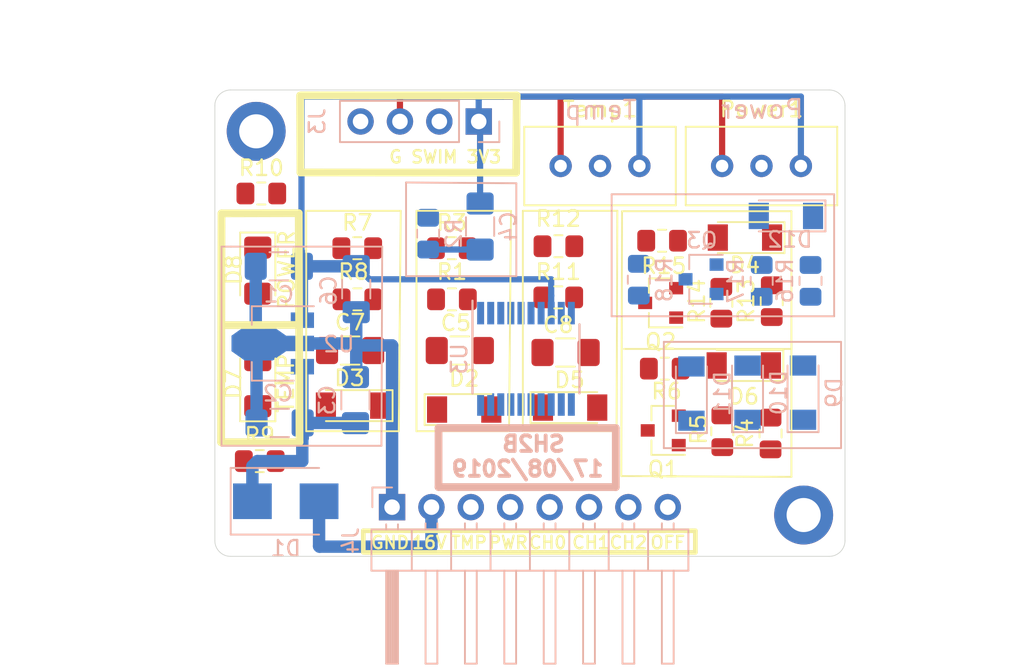
<source format=kicad_pcb>
(kicad_pcb (version 20171130) (host pcbnew "(5.1.4-0-10_14)")

  (general
    (thickness 1.6)
    (drawings 75)
    (tracks 58)
    (zones 0)
    (modules 49)
    (nets 31)
  )

  (page A4)
  (layers
    (0 F.Cu signal)
    (31 B.Cu signal)
    (32 B.Adhes user)
    (33 F.Adhes user)
    (34 B.Paste user)
    (35 F.Paste user)
    (36 B.SilkS user)
    (37 F.SilkS user)
    (38 B.Mask user)
    (39 F.Mask user)
    (40 Dwgs.User user)
    (41 Cmts.User user)
    (42 Eco1.User user)
    (43 Eco2.User user)
    (44 Edge.Cuts user)
    (45 Margin user)
    (46 B.CrtYd user)
    (47 F.CrtYd user)
    (48 B.Fab user)
    (49 F.Fab user)
  )

  (setup
    (last_trace_width 0.4)
    (trace_clearance 0.2)
    (zone_clearance 0.508)
    (zone_45_only no)
    (trace_min 0.2)
    (via_size 0.8)
    (via_drill 0.4)
    (via_min_size 0.4)
    (via_min_drill 0.3)
    (uvia_size 0.3)
    (uvia_drill 0.1)
    (uvias_allowed no)
    (uvia_min_size 0.2)
    (uvia_min_drill 0.1)
    (edge_width 0.05)
    (segment_width 0.2)
    (pcb_text_width 0.3)
    (pcb_text_size 1.5 1.5)
    (mod_edge_width 0.12)
    (mod_text_size 1 1)
    (mod_text_width 0.15)
    (pad_size 1.524 1.524)
    (pad_drill 0.762)
    (pad_to_mask_clearance 0.051)
    (solder_mask_min_width 0.25)
    (aux_axis_origin 0 0)
    (visible_elements FFFFFF7F)
    (pcbplotparams
      (layerselection 0x010fc_ffffffff)
      (usegerberextensions false)
      (usegerberattributes true)
      (usegerberadvancedattributes true)
      (creategerberjobfile true)
      (excludeedgelayer true)
      (linewidth 0.150000)
      (plotframeref false)
      (viasonmask false)
      (mode 1)
      (useauxorigin true)
      (hpglpennumber 1)
      (hpglpenspeed 20)
      (hpglpendiameter 15.000000)
      (psnegative false)
      (psa4output false)
      (plotreference true)
      (plotvalue true)
      (plotinvisibletext false)
      (padsonsilk false)
      (subtractmaskfromsilk false)
      (outputformat 1)
      (mirror false)
      (drillshape 0)
      (scaleselection 1)
      (outputdirectory "sh2b-17-08-2019"))
  )

  (net 0 "")
  (net 1 TEMP_2)
  (net 2 COOLER_CH1)
  (net 3 SHUTDOWN)
  (net 4 16V_DRV)
  (net 5 GND)
  (net 6 +3V3)
  (net 7 "Net-(C2-Pad2)")
  (net 8 SWIM)
  (net 9 "Net-(Q1-Pad1)")
  (net 10 NRST)
  (net 11 "Net-(C5-Pad2)")
  (net 12 "Net-(C7-Pad2)")
  (net 13 "Net-(C8-Pad2)")
  (net 14 CMD_COOLER2)
  (net 15 CMD_COOLER1)
  (net 16 "Net-(D7-Pad1)")
  (net 17 "Net-(D8-Pad1)")
  (net 18 "Net-(Q2-Pad1)")
  (net 19 COOLER_CH2)
  (net 20 POWER)
  (net 21 LED_TEMP)
  (net 22 LED_POWER)
  (net 23 "Net-(D9-Pad2)")
  (net 24 "Net-(D10-Pad2)")
  (net 25 Sense1)
  (net 26 "Net-(Q3-Pad1)")
  (net 27 Sense2)
  (net 28 COOLER_CH0)
  (net 29 CMD_COOLER0)
  (net 30 "Net-(D11-Pad2)")

  (net_class Default "This is the default net class."
    (clearance 0.2)
    (trace_width 0.4)
    (via_dia 0.8)
    (via_drill 0.4)
    (uvia_dia 0.3)
    (uvia_drill 0.1)
    (diff_pair_width 0.5)
    (diff_pair_gap 0.25)
    (add_net +3V3)
    (add_net 16V_DRV)
    (add_net CMD_COOLER0)
    (add_net CMD_COOLER1)
    (add_net CMD_COOLER2)
    (add_net COOLER_CH0)
    (add_net COOLER_CH1)
    (add_net COOLER_CH2)
    (add_net GND)
    (add_net LED_POWER)
    (add_net LED_TEMP)
    (add_net NRST)
    (add_net "Net-(C2-Pad2)")
    (add_net "Net-(C5-Pad2)")
    (add_net "Net-(C7-Pad2)")
    (add_net "Net-(C8-Pad2)")
    (add_net "Net-(D10-Pad2)")
    (add_net "Net-(D11-Pad2)")
    (add_net "Net-(D7-Pad1)")
    (add_net "Net-(D8-Pad1)")
    (add_net "Net-(D9-Pad2)")
    (add_net "Net-(Q1-Pad1)")
    (add_net "Net-(Q2-Pad1)")
    (add_net "Net-(Q3-Pad1)")
    (add_net POWER)
    (add_net SHUTDOWN)
    (add_net SWIM)
    (add_net Sense1)
    (add_net Sense2)
    (add_net TEMP_2)
  )

  (module Capacitor_SMD:C_1206_3216Metric_Pad1.42x1.75mm_HandSolder (layer B.Cu) (tedit 5B301BBE) (tstamp 5D3DAAEC)
    (at 194.6259 95.5802)
    (descr "Capacitor SMD 1206 (3216 Metric), square (rectangular) end terminal, IPC_7351 nominal with elongated pad for handsoldering. (Body size source: http://www.tortai-tech.com/upload/download/2011102023233369053.pdf), generated with kicad-footprint-generator")
    (tags "capacitor handsolder")
    (path /5D4A6068)
    (attr smd)
    (fp_text reference C1 (at 0 1.82) (layer B.SilkS)
      (effects (font (size 1 1) (thickness 0.15)) (justify mirror))
    )
    (fp_text value "0.1 uf" (at 0 -1.82) (layer B.Fab)
      (effects (font (size 1 1) (thickness 0.15)) (justify mirror))
    )
    (fp_line (start -1.6 -0.8) (end -1.6 0.8) (layer B.Fab) (width 0.1))
    (fp_line (start -1.6 0.8) (end 1.6 0.8) (layer B.Fab) (width 0.1))
    (fp_line (start 1.6 0.8) (end 1.6 -0.8) (layer B.Fab) (width 0.1))
    (fp_line (start 1.6 -0.8) (end -1.6 -0.8) (layer B.Fab) (width 0.1))
    (fp_line (start -0.602064 0.91) (end 0.602064 0.91) (layer B.SilkS) (width 0.12))
    (fp_line (start -0.602064 -0.91) (end 0.602064 -0.91) (layer B.SilkS) (width 0.12))
    (fp_line (start -2.45 -1.12) (end -2.45 1.12) (layer B.CrtYd) (width 0.05))
    (fp_line (start -2.45 1.12) (end 2.45 1.12) (layer B.CrtYd) (width 0.05))
    (fp_line (start 2.45 1.12) (end 2.45 -1.12) (layer B.CrtYd) (width 0.05))
    (fp_line (start 2.45 -1.12) (end -2.45 -1.12) (layer B.CrtYd) (width 0.05))
    (fp_text user %R (at 0 0) (layer B.Fab)
      (effects (font (size 0.8 0.8) (thickness 0.12)) (justify mirror))
    )
    (pad 1 smd roundrect (at -1.4875 0) (size 1.425 1.75) (layers B.Cu B.Paste B.Mask) (roundrect_rratio 0.175439)
      (net 5 GND))
    (pad 2 smd roundrect (at 1.4875 0) (size 1.425 1.75) (layers B.Cu B.Paste B.Mask) (roundrect_rratio 0.175439)
      (net 6 +3V3))
    (model ${KISYS3DMOD}/Capacitor_SMD.3dshapes/C_1206_3216Metric.wrl
      (at (xyz 0 0 0))
      (scale (xyz 1 1 1))
      (rotate (xyz 0 0 0))
    )
  )

  (module Capacitor_SMD:C_1206_3216Metric_Pad1.42x1.75mm_HandSolder (layer B.Cu) (tedit 5B301BBE) (tstamp 5D3DAAFD)
    (at 194.6767 105.6894)
    (descr "Capacitor SMD 1206 (3216 Metric), square (rectangular) end terminal, IPC_7351 nominal with elongated pad for handsoldering. (Body size source: http://www.tortai-tech.com/upload/download/2011102023233369053.pdf), generated with kicad-footprint-generator")
    (tags "capacitor handsolder")
    (path /5D4A9CA4)
    (attr smd)
    (fp_text reference C2 (at -0.1 -1.905) (layer B.SilkS)
      (effects (font (size 1 1) (thickness 0.15)) (justify mirror))
    )
    (fp_text value "0.1 uf" (at -0.1635 -1.7145) (layer B.Fab)
      (effects (font (size 1 1) (thickness 0.15)) (justify mirror))
    )
    (fp_text user %R (at 0 0) (layer B.Fab)
      (effects (font (size 0.8 0.8) (thickness 0.12)) (justify mirror))
    )
    (fp_line (start 2.45 -1.12) (end -2.45 -1.12) (layer B.CrtYd) (width 0.05))
    (fp_line (start 2.45 1.12) (end 2.45 -1.12) (layer B.CrtYd) (width 0.05))
    (fp_line (start -2.45 1.12) (end 2.45 1.12) (layer B.CrtYd) (width 0.05))
    (fp_line (start -2.45 -1.12) (end -2.45 1.12) (layer B.CrtYd) (width 0.05))
    (fp_line (start -0.602064 -0.91) (end 0.602064 -0.91) (layer B.SilkS) (width 0.12))
    (fp_line (start -0.602064 0.91) (end 0.602064 0.91) (layer B.SilkS) (width 0.12))
    (fp_line (start 1.6 -0.8) (end -1.6 -0.8) (layer B.Fab) (width 0.1))
    (fp_line (start 1.6 0.8) (end 1.6 -0.8) (layer B.Fab) (width 0.1))
    (fp_line (start -1.6 0.8) (end 1.6 0.8) (layer B.Fab) (width 0.1))
    (fp_line (start -1.6 -0.8) (end -1.6 0.8) (layer B.Fab) (width 0.1))
    (pad 2 smd roundrect (at 1.4875 0) (size 1.425 1.75) (layers B.Cu B.Paste B.Mask) (roundrect_rratio 0.175439)
      (net 7 "Net-(C2-Pad2)"))
    (pad 1 smd roundrect (at -1.4875 0) (size 1.425 1.75) (layers B.Cu B.Paste B.Mask) (roundrect_rratio 0.175439)
      (net 5 GND))
    (model ${KISYS3DMOD}/Capacitor_SMD.3dshapes/C_1206_3216Metric.wrl
      (at (xyz 0 0 0))
      (scale (xyz 1 1 1))
      (rotate (xyz 0 0 0))
    )
  )

  (module Diode_SMD:D_SMB (layer B.Cu) (tedit 58645DF3) (tstamp 5D3DAB26)
    (at 195.072 110.744)
    (descr "Diode SMB (DO-214AA)")
    (tags "Diode SMB (DO-214AA)")
    (path /5D4AF3FC)
    (attr smd)
    (fp_text reference D1 (at 0 3.048) (layer B.SilkS)
      (effects (font (size 1 1) (thickness 0.15)) (justify mirror))
    )
    (fp_text value S210 (at 0 -3.1) (layer B.Fab)
      (effects (font (size 1 1) (thickness 0.15)) (justify mirror))
    )
    (fp_text user %R (at 0 3) (layer B.Fab)
      (effects (font (size 1 1) (thickness 0.15)) (justify mirror))
    )
    (fp_line (start -3.55 2.15) (end -3.55 -2.15) (layer B.SilkS) (width 0.12))
    (fp_line (start 2.3 -2) (end -2.3 -2) (layer B.Fab) (width 0.1))
    (fp_line (start -2.3 -2) (end -2.3 2) (layer B.Fab) (width 0.1))
    (fp_line (start 2.3 2) (end 2.3 -2) (layer B.Fab) (width 0.1))
    (fp_line (start 2.3 2) (end -2.3 2) (layer B.Fab) (width 0.1))
    (fp_line (start -3.65 2.25) (end 3.65 2.25) (layer B.CrtYd) (width 0.05))
    (fp_line (start 3.65 2.25) (end 3.65 -2.25) (layer B.CrtYd) (width 0.05))
    (fp_line (start 3.65 -2.25) (end -3.65 -2.25) (layer B.CrtYd) (width 0.05))
    (fp_line (start -3.65 -2.25) (end -3.65 2.25) (layer B.CrtYd) (width 0.05))
    (fp_line (start -0.64944 -0.00102) (end -1.55114 -0.00102) (layer B.Fab) (width 0.1))
    (fp_line (start 0.50118 -0.00102) (end 1.4994 -0.00102) (layer B.Fab) (width 0.1))
    (fp_line (start -0.64944 0.79908) (end -0.64944 -0.80112) (layer B.Fab) (width 0.1))
    (fp_line (start 0.50118 -0.75032) (end 0.50118 0.79908) (layer B.Fab) (width 0.1))
    (fp_line (start -0.64944 -0.00102) (end 0.50118 -0.75032) (layer B.Fab) (width 0.1))
    (fp_line (start -0.64944 -0.00102) (end 0.50118 0.79908) (layer B.Fab) (width 0.1))
    (fp_line (start -3.55 -2.15) (end 2.15 -2.15) (layer B.SilkS) (width 0.12))
    (fp_line (start -3.55 2.15) (end 2.15 2.15) (layer B.SilkS) (width 0.12))
    (pad 1 smd rect (at -2.15 0) (size 2.5 2.3) (layers B.Cu B.Paste B.Mask)
      (net 7 "Net-(C2-Pad2)"))
    (pad 2 smd rect (at 2.15 0) (size 2.5 2.3) (layers B.Cu B.Paste B.Mask)
      (net 4 16V_DRV))
    (model ${KISYS3DMOD}/Diode_SMD.3dshapes/D_SMB.wrl
      (at (xyz 0 0 0))
      (scale (xyz 1 1 1))
      (rotate (xyz 0 0 0))
    )
  )

  (module Package_TO_SOT_SMD:SOT-89-3 (layer B.Cu) (tedit 5A02FF57) (tstamp 5D3DAB58)
    (at 194.6656 100.5586 180)
    (descr SOT-89-3)
    (tags SOT-89-3)
    (path /5D4A8BAE)
    (attr smd)
    (fp_text reference U2 (at -3.8354 -0.0508) (layer B.SilkS)
      (effects (font (size 1 1) (thickness 0.15)) (justify mirror))
    )
    (fp_text value L78L33_SOT89 (at 0.45 -3.25) (layer B.Fab)
      (effects (font (size 1 1) (thickness 0.15)) (justify mirror))
    )
    (fp_text user %R (at 0.38 0 270) (layer B.Fab)
      (effects (font (size 0.6 0.6) (thickness 0.09)) (justify mirror))
    )
    (fp_line (start 1.78 -1.2) (end 1.78 -2.4) (layer B.SilkS) (width 0.12))
    (fp_line (start 1.78 -2.4) (end -0.92 -2.4) (layer B.SilkS) (width 0.12))
    (fp_line (start -2.22 2.4) (end 1.78 2.4) (layer B.SilkS) (width 0.12))
    (fp_line (start 1.78 2.4) (end 1.78 1.2) (layer B.SilkS) (width 0.12))
    (fp_line (start -0.92 1.51) (end -0.13 2.3) (layer B.Fab) (width 0.1))
    (fp_line (start 1.68 2.3) (end 1.68 -2.3) (layer B.Fab) (width 0.1))
    (fp_line (start 1.68 -2.3) (end -0.92 -2.3) (layer B.Fab) (width 0.1))
    (fp_line (start -0.92 -2.3) (end -0.92 1.51) (layer B.Fab) (width 0.1))
    (fp_line (start -0.13 2.3) (end 1.68 2.3) (layer B.Fab) (width 0.1))
    (fp_line (start 3.23 2.55) (end 3.23 -2.55) (layer B.CrtYd) (width 0.05))
    (fp_line (start 3.23 2.55) (end -2.48 2.55) (layer B.CrtYd) (width 0.05))
    (fp_line (start -2.48 -2.55) (end 3.23 -2.55) (layer B.CrtYd) (width 0.05))
    (fp_line (start -2.48 -2.55) (end -2.48 2.55) (layer B.CrtYd) (width 0.05))
    (pad 2 smd trapezoid (at 2.667 0 270) (size 1.6 0.85) (rect_delta 0 -0.6 ) (layers B.Cu B.Paste B.Mask)
      (net 5 GND))
    (pad 1 smd rect (at -1.48 1.5 270) (size 1 1.5) (layers B.Cu B.Paste B.Mask)
      (net 6 +3V3))
    (pad 2 smd rect (at -1.3335 0 270) (size 1 1.8) (layers B.Cu B.Paste B.Mask)
      (net 5 GND))
    (pad 3 smd rect (at -1.48 -1.5 270) (size 1 1.5) (layers B.Cu B.Paste B.Mask)
      (net 7 "Net-(C2-Pad2)"))
    (pad 2 smd rect (at 1.3335 0 270) (size 2.2 1.84) (layers B.Cu B.Paste B.Mask)
      (net 5 GND))
    (pad 2 smd trapezoid (at -0.0762 0 90) (size 1.5 1) (rect_delta 0 -0.7 ) (layers B.Cu B.Paste B.Mask)
      (net 5 GND))
    (model ${KISYS3DMOD}/Package_TO_SOT_SMD.3dshapes/SOT-89-3.wrl
      (at (xyz 0 0 0))
      (scale (xyz 1 1 1))
      (rotate (xyz 0 0 0))
    )
  )

  (module Connector_PinHeader_2.54mm:PinHeader_1x04_P2.54mm_Vertical (layer B.Cu) (tedit 59FED5CC) (tstamp 5D3DAD76)
    (at 207.518 86.233 90)
    (descr "Through hole straight pin header, 1x04, 2.54mm pitch, single row")
    (tags "Through hole pin header THT 1x04 2.54mm single row")
    (path /5D4B1F82)
    (fp_text reference J3 (at 0 -10.414 -90) (layer B.SilkS)
      (effects (font (size 1 1) (thickness 0.15)) (justify mirror))
    )
    (fp_text value "G SWIM 3V3" (at -2.286 -2.159) (layer F.SilkS)
      (effects (font (size 0.8 0.8) (thickness 0.15)))
    )
    (fp_line (start -0.635 1.27) (end 1.27 1.27) (layer B.Fab) (width 0.1))
    (fp_line (start 1.27 1.27) (end 1.27 -8.89) (layer B.Fab) (width 0.1))
    (fp_line (start 1.27 -8.89) (end -1.27 -8.89) (layer B.Fab) (width 0.1))
    (fp_line (start -1.27 -8.89) (end -1.27 0.635) (layer B.Fab) (width 0.1))
    (fp_line (start -1.27 0.635) (end -0.635 1.27) (layer B.Fab) (width 0.1))
    (fp_line (start -1.33 -8.95) (end 1.33 -8.95) (layer B.SilkS) (width 0.12))
    (fp_line (start -1.33 -1.27) (end -1.33 -8.95) (layer B.SilkS) (width 0.12))
    (fp_line (start 1.33 -1.27) (end 1.33 -8.95) (layer B.SilkS) (width 0.12))
    (fp_line (start -1.33 -1.27) (end 1.33 -1.27) (layer B.SilkS) (width 0.12))
    (fp_line (start -1.33 0) (end -1.33 1.33) (layer B.SilkS) (width 0.12))
    (fp_line (start -1.33 1.33) (end 0 1.33) (layer B.SilkS) (width 0.12))
    (fp_line (start -1.8 1.8) (end -1.8 -9.4) (layer B.CrtYd) (width 0.05))
    (fp_line (start -1.8 -9.4) (end 1.8 -9.4) (layer B.CrtYd) (width 0.05))
    (fp_line (start 1.8 -9.4) (end 1.8 1.8) (layer B.CrtYd) (width 0.05))
    (fp_line (start 1.8 1.8) (end -1.8 1.8) (layer B.CrtYd) (width 0.05))
    (fp_text user %R (at 0 -3.81) (layer B.Fab)
      (effects (font (size 1 1) (thickness 0.15)) (justify mirror))
    )
    (pad 1 thru_hole rect (at 0 0 90) (size 1.7 1.7) (drill 1) (layers *.Cu *.Mask)
      (net 6 +3V3))
    (pad 2 thru_hole oval (at 0 -2.54 90) (size 1.7 1.7) (drill 1) (layers *.Cu *.Mask)
      (net 8 SWIM))
    (pad 3 thru_hole oval (at 0 -5.08 90) (size 1.7 1.7) (drill 1) (layers *.Cu *.Mask)
      (net 5 GND))
    (pad 4 thru_hole oval (at 0 -7.62 90) (size 1.7 1.7) (drill 1) (layers *.Cu *.Mask)
      (net 10 NRST))
    (model ${KISYS3DMOD}/Connector_PinHeader_2.54mm.3dshapes/PinHeader_1x04_P2.54mm_Vertical.wrl
      (at (xyz 0 0 0))
      (scale (xyz 1 1 1))
      (rotate (xyz 0 0 0))
    )
  )

  (module Package_TO_SOT_SMD:SOT-23 (layer F.Cu) (tedit 5A02FF57) (tstamp 5D3DB90E)
    (at 219.4179 106.172 180)
    (descr "SOT-23, Standard")
    (tags SOT-23)
    (path /5D4C9CE5)
    (attr smd)
    (fp_text reference Q1 (at 0 -2.5 180) (layer F.SilkS)
      (effects (font (size 1 1) (thickness 0.15)))
    )
    (fp_text value BC817 (at 0 2.5 180) (layer F.Fab)
      (effects (font (size 1 1) (thickness 0.15)))
    )
    (fp_text user %R (at 0 0 270) (layer F.Fab)
      (effects (font (size 0.5 0.5) (thickness 0.075)))
    )
    (fp_line (start -0.7 -0.95) (end -0.7 1.5) (layer F.Fab) (width 0.1))
    (fp_line (start -0.15 -1.52) (end 0.7 -1.52) (layer F.Fab) (width 0.1))
    (fp_line (start -0.7 -0.95) (end -0.15 -1.52) (layer F.Fab) (width 0.1))
    (fp_line (start 0.7 -1.52) (end 0.7 1.52) (layer F.Fab) (width 0.1))
    (fp_line (start -0.7 1.52) (end 0.7 1.52) (layer F.Fab) (width 0.1))
    (fp_line (start 0.76 1.58) (end 0.76 0.65) (layer F.SilkS) (width 0.12))
    (fp_line (start 0.76 -1.58) (end 0.76 -0.65) (layer F.SilkS) (width 0.12))
    (fp_line (start -1.7 -1.75) (end 1.7 -1.75) (layer F.CrtYd) (width 0.05))
    (fp_line (start 1.7 -1.75) (end 1.7 1.75) (layer F.CrtYd) (width 0.05))
    (fp_line (start 1.7 1.75) (end -1.7 1.75) (layer F.CrtYd) (width 0.05))
    (fp_line (start -1.7 1.75) (end -1.7 -1.75) (layer F.CrtYd) (width 0.05))
    (fp_line (start 0.76 -1.58) (end -1.4 -1.58) (layer F.SilkS) (width 0.12))
    (fp_line (start 0.76 1.58) (end -0.7 1.58) (layer F.SilkS) (width 0.12))
    (pad 1 smd rect (at -1 -0.95 180) (size 0.9 0.8) (layers F.Cu F.Paste F.Mask)
      (net 9 "Net-(Q1-Pad1)"))
    (pad 2 smd rect (at -1 0.95 180) (size 0.9 0.8) (layers F.Cu F.Paste F.Mask)
      (net 5 GND))
    (pad 3 smd rect (at 1 0 180) (size 0.9 0.8) (layers F.Cu F.Paste F.Mask)
      (net 24 "Net-(D10-Pad2)"))
    (model ${KISYS3DMOD}/Package_TO_SOT_SMD.3dshapes/SOT-23.wrl
      (at (xyz 0 0 0))
      (scale (xyz 1 1 1))
      (rotate (xyz 0 0 0))
    )
  )

  (module Resistor_SMD:R_0805_2012Metric_Pad1.15x1.40mm_HandSolder (layer F.Cu) (tedit 5B36C52B) (tstamp 5D3DB952)
    (at 226.3394 106.371 90)
    (descr "Resistor SMD 0805 (2012 Metric), square (rectangular) end terminal, IPC_7351 nominal with elongated pad for handsoldering. (Body size source: https://docs.google.com/spreadsheets/d/1BsfQQcO9C6DZCsRaXUlFlo91Tg2WpOkGARC1WS5S8t0/edit?usp=sharing), generated with kicad-footprint-generator")
    (tags "resistor handsolder")
    (path /5D4C6278)
    (attr smd)
    (fp_text reference R4 (at 0 -1.65 90) (layer F.SilkS)
      (effects (font (size 1 1) (thickness 0.15)))
    )
    (fp_text value 1K (at 0 1.65 90) (layer F.Fab)
      (effects (font (size 1 1) (thickness 0.15)))
    )
    (fp_text user %R (at 0 0 90) (layer F.Fab)
      (effects (font (size 0.5 0.5) (thickness 0.08)))
    )
    (fp_line (start 1.85 0.95) (end -1.85 0.95) (layer F.CrtYd) (width 0.05))
    (fp_line (start 1.85 -0.95) (end 1.85 0.95) (layer F.CrtYd) (width 0.05))
    (fp_line (start -1.85 -0.95) (end 1.85 -0.95) (layer F.CrtYd) (width 0.05))
    (fp_line (start -1.85 0.95) (end -1.85 -0.95) (layer F.CrtYd) (width 0.05))
    (fp_line (start -0.261252 0.71) (end 0.261252 0.71) (layer F.SilkS) (width 0.12))
    (fp_line (start -0.261252 -0.71) (end 0.261252 -0.71) (layer F.SilkS) (width 0.12))
    (fp_line (start 1 0.6) (end -1 0.6) (layer F.Fab) (width 0.1))
    (fp_line (start 1 -0.6) (end 1 0.6) (layer F.Fab) (width 0.1))
    (fp_line (start -1 -0.6) (end 1 -0.6) (layer F.Fab) (width 0.1))
    (fp_line (start -1 0.6) (end -1 -0.6) (layer F.Fab) (width 0.1))
    (pad 2 smd roundrect (at 1.025 0 90) (size 1.15 1.4) (layers F.Cu F.Paste F.Mask) (roundrect_rratio 0.217391)
      (net 15 CMD_COOLER1))
    (pad 1 smd roundrect (at -1.025 0 90) (size 1.15 1.4) (layers F.Cu F.Paste F.Mask) (roundrect_rratio 0.217391)
      (net 9 "Net-(Q1-Pad1)"))
    (model ${KISYS3DMOD}/Resistor_SMD.3dshapes/R_0805_2012Metric.wrl
      (at (xyz 0 0 0))
      (scale (xyz 1 1 1))
      (rotate (xyz 0 0 0))
    )
  )

  (module Resistor_SMD:R_0805_2012Metric_Pad1.15x1.40mm_HandSolder (layer F.Cu) (tedit 5B36C52B) (tstamp 5D3DB963)
    (at 223.2279 106.227 270)
    (descr "Resistor SMD 0805 (2012 Metric), square (rectangular) end terminal, IPC_7351 nominal with elongated pad for handsoldering. (Body size source: https://docs.google.com/spreadsheets/d/1BsfQQcO9C6DZCsRaXUlFlo91Tg2WpOkGARC1WS5S8t0/edit?usp=sharing), generated with kicad-footprint-generator")
    (tags "resistor handsolder")
    (path /5D4C653B)
    (attr smd)
    (fp_text reference R5 (at -0.118 1.524 90) (layer F.SilkS)
      (effects (font (size 1 1) (thickness 0.15)))
    )
    (fp_text value 10K (at 0 1.65 90) (layer F.Fab)
      (effects (font (size 1 1) (thickness 0.15)))
    )
    (fp_line (start -1 0.6) (end -1 -0.6) (layer F.Fab) (width 0.1))
    (fp_line (start -1 -0.6) (end 1 -0.6) (layer F.Fab) (width 0.1))
    (fp_line (start 1 -0.6) (end 1 0.6) (layer F.Fab) (width 0.1))
    (fp_line (start 1 0.6) (end -1 0.6) (layer F.Fab) (width 0.1))
    (fp_line (start -0.261252 -0.71) (end 0.261252 -0.71) (layer F.SilkS) (width 0.12))
    (fp_line (start -0.261252 0.71) (end 0.261252 0.71) (layer F.SilkS) (width 0.12))
    (fp_line (start -1.85 0.95) (end -1.85 -0.95) (layer F.CrtYd) (width 0.05))
    (fp_line (start -1.85 -0.95) (end 1.85 -0.95) (layer F.CrtYd) (width 0.05))
    (fp_line (start 1.85 -0.95) (end 1.85 0.95) (layer F.CrtYd) (width 0.05))
    (fp_line (start 1.85 0.95) (end -1.85 0.95) (layer F.CrtYd) (width 0.05))
    (fp_text user %R (at 0 0 90) (layer F.Fab)
      (effects (font (size 0.5 0.5) (thickness 0.08)))
    )
    (pad 1 smd roundrect (at -1.025 0 270) (size 1.15 1.4) (layers F.Cu F.Paste F.Mask) (roundrect_rratio 0.217391)
      (net 5 GND))
    (pad 2 smd roundrect (at 1.025 0 270) (size 1.15 1.4) (layers F.Cu F.Paste F.Mask) (roundrect_rratio 0.217391)
      (net 9 "Net-(Q1-Pad1)"))
    (model ${KISYS3DMOD}/Resistor_SMD.3dshapes/R_0805_2012Metric.wrl
      (at (xyz 0 0 0))
      (scale (xyz 1 1 1))
      (rotate (xyz 0 0 0))
    )
  )

  (module Resistor_SMD:R_0805_2012Metric_Pad1.15x1.40mm_HandSolder (layer F.Cu) (tedit 5B36C52B) (tstamp 5D3DB974)
    (at 219.5158 102.1842)
    (descr "Resistor SMD 0805 (2012 Metric), square (rectangular) end terminal, IPC_7351 nominal with elongated pad for handsoldering. (Body size source: https://docs.google.com/spreadsheets/d/1BsfQQcO9C6DZCsRaXUlFlo91Tg2WpOkGARC1WS5S8t0/edit?usp=sharing), generated with kicad-footprint-generator")
    (tags "resistor handsolder")
    (path /5D4CC671)
    (attr smd)
    (fp_text reference R6 (at 0.118 1.4605 180) (layer F.SilkS)
      (effects (font (size 1 1) (thickness 0.15)))
    )
    (fp_text value 1K (at 0 1.65 180) (layer F.Fab)
      (effects (font (size 1 1) (thickness 0.15)))
    )
    (fp_text user %R (at 0 0 180) (layer F.Fab)
      (effects (font (size 0.5 0.5) (thickness 0.08)))
    )
    (fp_line (start 1.85 0.95) (end -1.85 0.95) (layer F.CrtYd) (width 0.05))
    (fp_line (start 1.85 -0.95) (end 1.85 0.95) (layer F.CrtYd) (width 0.05))
    (fp_line (start -1.85 -0.95) (end 1.85 -0.95) (layer F.CrtYd) (width 0.05))
    (fp_line (start -1.85 0.95) (end -1.85 -0.95) (layer F.CrtYd) (width 0.05))
    (fp_line (start -0.261252 0.71) (end 0.261252 0.71) (layer F.SilkS) (width 0.12))
    (fp_line (start -0.261252 -0.71) (end 0.261252 -0.71) (layer F.SilkS) (width 0.12))
    (fp_line (start 1 0.6) (end -1 0.6) (layer F.Fab) (width 0.1))
    (fp_line (start 1 -0.6) (end 1 0.6) (layer F.Fab) (width 0.1))
    (fp_line (start -1 -0.6) (end 1 -0.6) (layer F.Fab) (width 0.1))
    (fp_line (start -1 0.6) (end -1 -0.6) (layer F.Fab) (width 0.1))
    (pad 2 smd roundrect (at 1.025 0) (size 1.15 1.4) (layers F.Cu F.Paste F.Mask) (roundrect_rratio 0.217391)
      (net 4 16V_DRV))
    (pad 1 smd roundrect (at -1.025 0) (size 1.15 1.4) (layers F.Cu F.Paste F.Mask) (roundrect_rratio 0.217391)
      (net 24 "Net-(D10-Pad2)"))
    (model ${KISYS3DMOD}/Resistor_SMD.3dshapes/R_0805_2012Metric.wrl
      (at (xyz 0 0 0))
      (scale (xyz 1 1 1))
      (rotate (xyz 0 0 0))
    )
  )

  (module Package_SO:TSSOP-20_4.4x6.5mm_P0.65mm (layer B.Cu) (tedit 5A02F25C) (tstamp 5D562455)
    (at 210.566 101.5528 270)
    (descr "20-Lead Plastic Thin Shrink Small Outline (ST)-4.4 mm Body [TSSOP] (see Microchip Packaging Specification 00000049BS.pdf)")
    (tags "SSOP 0.65")
    (path /5D55F0D7)
    (attr smd)
    (fp_text reference U3 (at 0 4.3 90) (layer B.SilkS)
      (effects (font (size 1 1) (thickness 0.15)) (justify mirror))
    )
    (fp_text value STM8L051F3P (at 0 -4.3 90) (layer B.Fab)
      (effects (font (size 1 1) (thickness 0.15)) (justify mirror))
    )
    (fp_line (start -1.2 3.25) (end 2.2 3.25) (layer B.Fab) (width 0.15))
    (fp_line (start 2.2 3.25) (end 2.2 -3.25) (layer B.Fab) (width 0.15))
    (fp_line (start 2.2 -3.25) (end -2.2 -3.25) (layer B.Fab) (width 0.15))
    (fp_line (start -2.2 -3.25) (end -2.2 2.25) (layer B.Fab) (width 0.15))
    (fp_line (start -2.2 2.25) (end -1.2 3.25) (layer B.Fab) (width 0.15))
    (fp_line (start -3.95 3.55) (end -3.95 -3.55) (layer B.CrtYd) (width 0.05))
    (fp_line (start 3.95 3.55) (end 3.95 -3.55) (layer B.CrtYd) (width 0.05))
    (fp_line (start -3.95 3.55) (end 3.95 3.55) (layer B.CrtYd) (width 0.05))
    (fp_line (start -3.95 -3.55) (end 3.95 -3.55) (layer B.CrtYd) (width 0.05))
    (fp_line (start -2.225 -3.45) (end 2.225 -3.45) (layer B.SilkS) (width 0.15))
    (fp_line (start -3.75 3.45) (end 2.225 3.45) (layer B.SilkS) (width 0.15))
    (fp_text user %R (at 0 0 90) (layer B.Fab)
      (effects (font (size 0.8 0.8) (thickness 0.15)) (justify mirror))
    )
    (pad 1 smd rect (at -2.95 2.925 270) (size 1.45 0.45) (layers B.Cu B.Paste B.Mask)
      (net 15 CMD_COOLER1))
    (pad 2 smd rect (at -2.95 2.275 270) (size 1.45 0.45) (layers B.Cu B.Paste B.Mask)
      (net 14 CMD_COOLER2))
    (pad 3 smd rect (at -2.95 1.625 270) (size 1.45 0.45) (layers B.Cu B.Paste B.Mask)
      (net 8 SWIM))
    (pad 4 smd rect (at -2.95 0.975 270) (size 1.45 0.45) (layers B.Cu B.Paste B.Mask)
      (net 10 NRST))
    (pad 5 smd rect (at -2.95 0.325 270) (size 1.45 0.45) (layers B.Cu B.Paste B.Mask)
      (net 5 GND))
    (pad 6 smd rect (at -2.95 -0.325 270) (size 1.45 0.45) (layers B.Cu B.Paste B.Mask)
      (net 5 GND))
    (pad 7 smd rect (at -2.95 -0.975 270) (size 1.45 0.45) (layers B.Cu B.Paste B.Mask)
      (net 5 GND))
    (pad 8 smd rect (at -2.95 -1.625 270) (size 1.45 0.45) (layers B.Cu B.Paste B.Mask)
      (net 6 +3V3))
    (pad 9 smd rect (at -2.95 -2.275 270) (size 1.45 0.45) (layers B.Cu B.Paste B.Mask)
      (net 5 GND))
    (pad 10 smd rect (at -2.95 -2.925 270) (size 1.45 0.45) (layers B.Cu B.Paste B.Mask)
      (net 5 GND))
    (pad 11 smd rect (at 2.95 -2.925 270) (size 1.45 0.45) (layers B.Cu B.Paste B.Mask)
      (net 29 CMD_COOLER0))
    (pad 12 smd rect (at 2.95 -2.275 270) (size 1.45 0.45) (layers B.Cu B.Paste B.Mask)
      (net 27 Sense2))
    (pad 13 smd rect (at 2.95 -1.625 270) (size 1.45 0.45) (layers B.Cu B.Paste B.Mask)
      (net 25 Sense1))
    (pad 14 smd rect (at 2.95 -0.975 270) (size 1.45 0.45) (layers B.Cu B.Paste B.Mask)
      (net 21 LED_TEMP))
    (pad 15 smd rect (at 2.95 -0.325 270) (size 1.45 0.45) (layers B.Cu B.Paste B.Mask)
      (net 22 LED_POWER))
    (pad 16 smd rect (at 2.95 0.325 270) (size 1.45 0.45) (layers B.Cu B.Paste B.Mask)
      (net 11 "Net-(C5-Pad2)"))
    (pad 17 smd rect (at 2.95 0.975 270) (size 1.45 0.45) (layers B.Cu B.Paste B.Mask)
      (net 12 "Net-(C7-Pad2)"))
    (pad 18 smd rect (at 2.95 1.625 270) (size 1.45 0.45) (layers B.Cu B.Paste B.Mask))
    (pad 19 smd rect (at 2.95 2.275 270) (size 1.45 0.45) (layers B.Cu B.Paste B.Mask))
    (pad 20 smd rect (at 2.95 2.925 270) (size 1.45 0.45) (layers B.Cu B.Paste B.Mask)
      (net 13 "Net-(C8-Pad2)"))
    (model ${KISYS3DMOD}/Package_SO.3dshapes/TSSOP-20_4.4x6.5mm_P0.65mm.wrl
      (at (xyz 0 0 0))
      (scale (xyz 1 1 1))
      (rotate (xyz 0 0 0))
    )
  )

  (module Capacitor_SMD:C_1206_3216Metric_Pad1.42x1.75mm_HandSolder (layer B.Cu) (tedit 5B301BBE) (tstamp 5D562D65)
    (at 199.5678 104.2162 270)
    (descr "Capacitor SMD 1206 (3216 Metric), square (rectangular) end terminal, IPC_7351 nominal with elongated pad for handsoldering. (Body size source: http://www.tortai-tech.com/upload/download/2011102023233369053.pdf), generated with kicad-footprint-generator")
    (tags "capacitor handsolder")
    (path /5D5D7ABB)
    (attr smd)
    (fp_text reference C3 (at 0 1.82 90) (layer B.SilkS)
      (effects (font (size 1 1) (thickness 0.15)) (justify mirror))
    )
    (fp_text value "1 uf" (at 0 -1.82 90) (layer B.Fab)
      (effects (font (size 1 1) (thickness 0.15)) (justify mirror))
    )
    (fp_line (start -1.6 -0.8) (end -1.6 0.8) (layer B.Fab) (width 0.1))
    (fp_line (start -1.6 0.8) (end 1.6 0.8) (layer B.Fab) (width 0.1))
    (fp_line (start 1.6 0.8) (end 1.6 -0.8) (layer B.Fab) (width 0.1))
    (fp_line (start 1.6 -0.8) (end -1.6 -0.8) (layer B.Fab) (width 0.1))
    (fp_line (start -0.602064 0.91) (end 0.602064 0.91) (layer B.SilkS) (width 0.12))
    (fp_line (start -0.602064 -0.91) (end 0.602064 -0.91) (layer B.SilkS) (width 0.12))
    (fp_line (start -2.45 -1.12) (end -2.45 1.12) (layer B.CrtYd) (width 0.05))
    (fp_line (start -2.45 1.12) (end 2.45 1.12) (layer B.CrtYd) (width 0.05))
    (fp_line (start 2.45 1.12) (end 2.45 -1.12) (layer B.CrtYd) (width 0.05))
    (fp_line (start 2.45 -1.12) (end -2.45 -1.12) (layer B.CrtYd) (width 0.05))
    (fp_text user %R (at 0 0 90) (layer B.Fab)
      (effects (font (size 0.8 0.8) (thickness 0.12)) (justify mirror))
    )
    (pad 1 smd roundrect (at -1.4875 0 270) (size 1.425 1.75) (layers B.Cu B.Paste B.Mask) (roundrect_rratio 0.175439)
      (net 5 GND))
    (pad 2 smd roundrect (at 1.4875 0 270) (size 1.425 1.75) (layers B.Cu B.Paste B.Mask) (roundrect_rratio 0.175439)
      (net 7 "Net-(C2-Pad2)"))
    (model ${KISYS3DMOD}/Capacitor_SMD.3dshapes/C_1206_3216Metric.wrl
      (at (xyz 0 0 0))
      (scale (xyz 1 1 1))
      (rotate (xyz 0 0 0))
    )
  )

  (module Capacitor_SMD:C_1206_3216Metric_Pad1.42x1.75mm_HandSolder (layer B.Cu) (tedit 5B301BBE) (tstamp 5D562D76)
    (at 207.6069 93.0148 90)
    (descr "Capacitor SMD 1206 (3216 Metric), square (rectangular) end terminal, IPC_7351 nominal with elongated pad for handsoldering. (Body size source: http://www.tortai-tech.com/upload/download/2011102023233369053.pdf), generated with kicad-footprint-generator")
    (tags "capacitor handsolder")
    (path /5D62AE1D)
    (attr smd)
    (fp_text reference C4 (at 0 1.82 90) (layer B.SilkS)
      (effects (font (size 1 1) (thickness 0.15)) (justify mirror))
    )
    (fp_text value "0.1 uf" (at 0 -1.82 90) (layer B.Fab)
      (effects (font (size 1 1) (thickness 0.15)) (justify mirror))
    )
    (fp_text user %R (at 0 0 90) (layer B.Fab)
      (effects (font (size 0.8 0.8) (thickness 0.12)) (justify mirror))
    )
    (fp_line (start 2.45 -1.12) (end -2.45 -1.12) (layer B.CrtYd) (width 0.05))
    (fp_line (start 2.45 1.12) (end 2.45 -1.12) (layer B.CrtYd) (width 0.05))
    (fp_line (start -2.45 1.12) (end 2.45 1.12) (layer B.CrtYd) (width 0.05))
    (fp_line (start -2.45 -1.12) (end -2.45 1.12) (layer B.CrtYd) (width 0.05))
    (fp_line (start -0.602064 -0.91) (end 0.602064 -0.91) (layer B.SilkS) (width 0.12))
    (fp_line (start -0.602064 0.91) (end 0.602064 0.91) (layer B.SilkS) (width 0.12))
    (fp_line (start 1.6 -0.8) (end -1.6 -0.8) (layer B.Fab) (width 0.1))
    (fp_line (start 1.6 0.8) (end 1.6 -0.8) (layer B.Fab) (width 0.1))
    (fp_line (start -1.6 0.8) (end 1.6 0.8) (layer B.Fab) (width 0.1))
    (fp_line (start -1.6 -0.8) (end -1.6 0.8) (layer B.Fab) (width 0.1))
    (pad 2 smd roundrect (at 1.4875 0 90) (size 1.425 1.75) (layers B.Cu B.Paste B.Mask) (roundrect_rratio 0.175439)
      (net 6 +3V3))
    (pad 1 smd roundrect (at -1.4875 0 90) (size 1.425 1.75) (layers B.Cu B.Paste B.Mask) (roundrect_rratio 0.175439)
      (net 10 NRST))
    (model ${KISYS3DMOD}/Capacitor_SMD.3dshapes/C_1206_3216Metric.wrl
      (at (xyz 0 0 0))
      (scale (xyz 1 1 1))
      (rotate (xyz 0 0 0))
    )
  )

  (module Capacitor_SMD:C_1206_3216Metric_Pad1.42x1.75mm_HandSolder (layer F.Cu) (tedit 5B301BBE) (tstamp 5D562D87)
    (at 206.2988 101.0158 180)
    (descr "Capacitor SMD 1206 (3216 Metric), square (rectangular) end terminal, IPC_7351 nominal with elongated pad for handsoldering. (Body size source: http://www.tortai-tech.com/upload/download/2011102023233369053.pdf), generated with kicad-footprint-generator")
    (tags "capacitor handsolder")
    (path /5D609892)
    (attr smd)
    (fp_text reference C5 (at 0.254 1.778) (layer F.SilkS)
      (effects (font (size 1 1) (thickness 0.15)))
    )
    (fp_text value "1 uf" (at 0 1.82) (layer F.Fab)
      (effects (font (size 1 1) (thickness 0.15)))
    )
    (fp_line (start -1.6 0.8) (end -1.6 -0.8) (layer F.Fab) (width 0.1))
    (fp_line (start -1.6 -0.8) (end 1.6 -0.8) (layer F.Fab) (width 0.1))
    (fp_line (start 1.6 -0.8) (end 1.6 0.8) (layer F.Fab) (width 0.1))
    (fp_line (start 1.6 0.8) (end -1.6 0.8) (layer F.Fab) (width 0.1))
    (fp_line (start -0.602064 -0.91) (end 0.602064 -0.91) (layer F.SilkS) (width 0.12))
    (fp_line (start -0.602064 0.91) (end 0.602064 0.91) (layer F.SilkS) (width 0.12))
    (fp_line (start -2.45 1.12) (end -2.45 -1.12) (layer F.CrtYd) (width 0.05))
    (fp_line (start -2.45 -1.12) (end 2.45 -1.12) (layer F.CrtYd) (width 0.05))
    (fp_line (start 2.45 -1.12) (end 2.45 1.12) (layer F.CrtYd) (width 0.05))
    (fp_line (start 2.45 1.12) (end -2.45 1.12) (layer F.CrtYd) (width 0.05))
    (fp_text user %R (at 0 0) (layer F.Fab)
      (effects (font (size 0.8 0.8) (thickness 0.12)))
    )
    (pad 1 smd roundrect (at -1.4875 0 180) (size 1.425 1.75) (layers F.Cu F.Paste F.Mask) (roundrect_rratio 0.175439)
      (net 5 GND))
    (pad 2 smd roundrect (at 1.4875 0 180) (size 1.425 1.75) (layers F.Cu F.Paste F.Mask) (roundrect_rratio 0.175439)
      (net 11 "Net-(C5-Pad2)"))
    (model ${KISYS3DMOD}/Capacitor_SMD.3dshapes/C_1206_3216Metric.wrl
      (at (xyz 0 0 0))
      (scale (xyz 1 1 1))
      (rotate (xyz 0 0 0))
    )
  )

  (module Capacitor_SMD:C_1206_3216Metric_Pad1.42x1.75mm_HandSolder (layer B.Cu) (tedit 5B301BBE) (tstamp 5D562D98)
    (at 199.6186 97.0534 90)
    (descr "Capacitor SMD 1206 (3216 Metric), square (rectangular) end terminal, IPC_7351 nominal with elongated pad for handsoldering. (Body size source: http://www.tortai-tech.com/upload/download/2011102023233369053.pdf), generated with kicad-footprint-generator")
    (tags "capacitor handsolder")
    (path /5D56B9CC)
    (attr smd)
    (fp_text reference C6 (at -0.1016 -1.778 90) (layer B.SilkS)
      (effects (font (size 1 1) (thickness 0.15)) (justify mirror))
    )
    (fp_text value "1 uf" (at 0 -1.82 90) (layer B.Fab)
      (effects (font (size 1 1) (thickness 0.15)) (justify mirror))
    )
    (fp_text user %R (at 0 0 90) (layer B.Fab)
      (effects (font (size 0.8 0.8) (thickness 0.12)) (justify mirror))
    )
    (fp_line (start 2.45 -1.12) (end -2.45 -1.12) (layer B.CrtYd) (width 0.05))
    (fp_line (start 2.45 1.12) (end 2.45 -1.12) (layer B.CrtYd) (width 0.05))
    (fp_line (start -2.45 1.12) (end 2.45 1.12) (layer B.CrtYd) (width 0.05))
    (fp_line (start -2.45 -1.12) (end -2.45 1.12) (layer B.CrtYd) (width 0.05))
    (fp_line (start -0.602064 -0.91) (end 0.602064 -0.91) (layer B.SilkS) (width 0.12))
    (fp_line (start -0.602064 0.91) (end 0.602064 0.91) (layer B.SilkS) (width 0.12))
    (fp_line (start 1.6 -0.8) (end -1.6 -0.8) (layer B.Fab) (width 0.1))
    (fp_line (start 1.6 0.8) (end 1.6 -0.8) (layer B.Fab) (width 0.1))
    (fp_line (start -1.6 0.8) (end 1.6 0.8) (layer B.Fab) (width 0.1))
    (fp_line (start -1.6 -0.8) (end -1.6 0.8) (layer B.Fab) (width 0.1))
    (pad 2 smd roundrect (at 1.4875 0 90) (size 1.425 1.75) (layers B.Cu B.Paste B.Mask) (roundrect_rratio 0.175439)
      (net 6 +3V3))
    (pad 1 smd roundrect (at -1.4875 0 90) (size 1.425 1.75) (layers B.Cu B.Paste B.Mask) (roundrect_rratio 0.175439)
      (net 5 GND))
    (model ${KISYS3DMOD}/Capacitor_SMD.3dshapes/C_1206_3216Metric.wrl
      (at (xyz 0 0 0))
      (scale (xyz 1 1 1))
      (rotate (xyz 0 0 0))
    )
  )

  (module Capacitor_SMD:C_1206_3216Metric_Pad1.42x1.75mm_HandSolder (layer F.Cu) (tedit 5B301BBE) (tstamp 5D562DA9)
    (at 199.2233 101.0158)
    (descr "Capacitor SMD 1206 (3216 Metric), square (rectangular) end terminal, IPC_7351 nominal with elongated pad for handsoldering. (Body size source: http://www.tortai-tech.com/upload/download/2011102023233369053.pdf), generated with kicad-footprint-generator")
    (tags "capacitor handsolder")
    (path /5D5EC7D0)
    (attr smd)
    (fp_text reference C7 (at 0 -1.82 180) (layer F.SilkS)
      (effects (font (size 1 1) (thickness 0.15)))
    )
    (fp_text value "1 uf" (at 0 1.82 180) (layer F.Fab)
      (effects (font (size 1 1) (thickness 0.15)))
    )
    (fp_text user %R (at 0 0 180) (layer F.Fab)
      (effects (font (size 0.8 0.8) (thickness 0.12)))
    )
    (fp_line (start 2.45 1.12) (end -2.45 1.12) (layer F.CrtYd) (width 0.05))
    (fp_line (start 2.45 -1.12) (end 2.45 1.12) (layer F.CrtYd) (width 0.05))
    (fp_line (start -2.45 -1.12) (end 2.45 -1.12) (layer F.CrtYd) (width 0.05))
    (fp_line (start -2.45 1.12) (end -2.45 -1.12) (layer F.CrtYd) (width 0.05))
    (fp_line (start -0.602064 0.91) (end 0.602064 0.91) (layer F.SilkS) (width 0.12))
    (fp_line (start -0.602064 -0.91) (end 0.602064 -0.91) (layer F.SilkS) (width 0.12))
    (fp_line (start 1.6 0.8) (end -1.6 0.8) (layer F.Fab) (width 0.1))
    (fp_line (start 1.6 -0.8) (end 1.6 0.8) (layer F.Fab) (width 0.1))
    (fp_line (start -1.6 -0.8) (end 1.6 -0.8) (layer F.Fab) (width 0.1))
    (fp_line (start -1.6 0.8) (end -1.6 -0.8) (layer F.Fab) (width 0.1))
    (pad 2 smd roundrect (at 1.4875 0) (size 1.425 1.75) (layers F.Cu F.Paste F.Mask) (roundrect_rratio 0.175439)
      (net 12 "Net-(C7-Pad2)"))
    (pad 1 smd roundrect (at -1.4875 0) (size 1.425 1.75) (layers F.Cu F.Paste F.Mask) (roundrect_rratio 0.175439)
      (net 5 GND))
    (model ${KISYS3DMOD}/Capacitor_SMD.3dshapes/C_1206_3216Metric.wrl
      (at (xyz 0 0 0))
      (scale (xyz 1 1 1))
      (rotate (xyz 0 0 0))
    )
  )

  (module Capacitor_SMD:C_1206_3216Metric_Pad1.42x1.75mm_HandSolder (layer F.Cu) (tedit 5B301BBE) (tstamp 5D562DBA)
    (at 213.1203 101.1428 180)
    (descr "Capacitor SMD 1206 (3216 Metric), square (rectangular) end terminal, IPC_7351 nominal with elongated pad for handsoldering. (Body size source: http://www.tortai-tech.com/upload/download/2011102023233369053.pdf), generated with kicad-footprint-generator")
    (tags "capacitor handsolder")
    (path /5D584CA4)
    (attr smd)
    (fp_text reference C8 (at 0.4715 1.778 180) (layer F.SilkS)
      (effects (font (size 1 1) (thickness 0.15)))
    )
    (fp_text value "1 uf" (at 0 1.82 180) (layer F.Fab)
      (effects (font (size 1 1) (thickness 0.15)))
    )
    (fp_line (start -1.6 0.8) (end -1.6 -0.8) (layer F.Fab) (width 0.1))
    (fp_line (start -1.6 -0.8) (end 1.6 -0.8) (layer F.Fab) (width 0.1))
    (fp_line (start 1.6 -0.8) (end 1.6 0.8) (layer F.Fab) (width 0.1))
    (fp_line (start 1.6 0.8) (end -1.6 0.8) (layer F.Fab) (width 0.1))
    (fp_line (start -0.602064 -0.91) (end 0.602064 -0.91) (layer F.SilkS) (width 0.12))
    (fp_line (start -0.602064 0.91) (end 0.602064 0.91) (layer F.SilkS) (width 0.12))
    (fp_line (start -2.45 1.12) (end -2.45 -1.12) (layer F.CrtYd) (width 0.05))
    (fp_line (start -2.45 -1.12) (end 2.45 -1.12) (layer F.CrtYd) (width 0.05))
    (fp_line (start 2.45 -1.12) (end 2.45 1.12) (layer F.CrtYd) (width 0.05))
    (fp_line (start 2.45 1.12) (end -2.45 1.12) (layer F.CrtYd) (width 0.05))
    (fp_text user %R (at 0 0 180) (layer F.Fab)
      (effects (font (size 0.8 0.8) (thickness 0.12)))
    )
    (pad 1 smd roundrect (at -1.4875 0 180) (size 1.425 1.75) (layers F.Cu F.Paste F.Mask) (roundrect_rratio 0.175439)
      (net 5 GND))
    (pad 2 smd roundrect (at 1.4875 0 180) (size 1.425 1.75) (layers F.Cu F.Paste F.Mask) (roundrect_rratio 0.175439)
      (net 13 "Net-(C8-Pad2)"))
    (model ${KISYS3DMOD}/Capacitor_SMD.3dshapes/C_1206_3216Metric.wrl
      (at (xyz 0 0 0))
      (scale (xyz 1 1 1))
      (rotate (xyz 0 0 0))
    )
  )

  (module Diode_SMD:D_MiniMELF (layer F.Cu) (tedit 5905D8F5) (tstamp 5D562DD3)
    (at 206.5808 104.8258)
    (descr "Diode Mini-MELF")
    (tags "Diode Mini-MELF")
    (path /5D60987C)
    (attr smd)
    (fp_text reference D2 (at 0 -2) (layer F.SilkS)
      (effects (font (size 1 1) (thickness 0.15)))
    )
    (fp_text value "Zener 4V2" (at 0 1.75) (layer F.Fab)
      (effects (font (size 1 1) (thickness 0.15)))
    )
    (fp_text user %R (at 0 -2) (layer F.Fab)
      (effects (font (size 1 1) (thickness 0.15)))
    )
    (fp_line (start 1.75 -1) (end -2.55 -1) (layer F.SilkS) (width 0.12))
    (fp_line (start -2.55 -1) (end -2.55 1) (layer F.SilkS) (width 0.12))
    (fp_line (start -2.55 1) (end 1.75 1) (layer F.SilkS) (width 0.12))
    (fp_line (start 1.65 -0.8) (end 1.65 0.8) (layer F.Fab) (width 0.1))
    (fp_line (start 1.65 0.8) (end -1.65 0.8) (layer F.Fab) (width 0.1))
    (fp_line (start -1.65 0.8) (end -1.65 -0.8) (layer F.Fab) (width 0.1))
    (fp_line (start -1.65 -0.8) (end 1.65 -0.8) (layer F.Fab) (width 0.1))
    (fp_line (start 0.25 0) (end 0.75 0) (layer F.Fab) (width 0.1))
    (fp_line (start 0.25 0.4) (end -0.35 0) (layer F.Fab) (width 0.1))
    (fp_line (start 0.25 -0.4) (end 0.25 0.4) (layer F.Fab) (width 0.1))
    (fp_line (start -0.35 0) (end 0.25 -0.4) (layer F.Fab) (width 0.1))
    (fp_line (start -0.35 0) (end -0.35 0.55) (layer F.Fab) (width 0.1))
    (fp_line (start -0.35 0) (end -0.35 -0.55) (layer F.Fab) (width 0.1))
    (fp_line (start -0.75 0) (end -0.35 0) (layer F.Fab) (width 0.1))
    (fp_line (start -2.65 -1.1) (end 2.65 -1.1) (layer F.CrtYd) (width 0.05))
    (fp_line (start 2.65 -1.1) (end 2.65 1.1) (layer F.CrtYd) (width 0.05))
    (fp_line (start 2.65 1.1) (end -2.65 1.1) (layer F.CrtYd) (width 0.05))
    (fp_line (start -2.65 1.1) (end -2.65 -1.1) (layer F.CrtYd) (width 0.05))
    (pad 1 smd rect (at -1.75 0) (size 1.3 1.7) (layers F.Cu F.Paste F.Mask)
      (net 11 "Net-(C5-Pad2)"))
    (pad 2 smd rect (at 1.75 0) (size 1.3 1.7) (layers F.Cu F.Paste F.Mask)
      (net 5 GND))
    (model ${KISYS3DMOD}/Diode_SMD.3dshapes/D_MiniMELF.wrl
      (at (xyz 0 0 0))
      (scale (xyz 1 1 1))
      (rotate (xyz 0 0 0))
    )
  )

  (module Diode_SMD:D_MiniMELF (layer F.Cu) (tedit 5905D8F5) (tstamp 5D562DEC)
    (at 199.4128 104.5718 180)
    (descr "Diode Mini-MELF")
    (tags "Diode Mini-MELF")
    (path /5D5EC7BA)
    (attr smd)
    (fp_text reference D3 (at 0.226 1.778 180) (layer F.SilkS)
      (effects (font (size 1 1) (thickness 0.15)))
    )
    (fp_text value "Zener 4V2" (at 0 1.75 180) (layer F.Fab)
      (effects (font (size 1 1) (thickness 0.15)))
    )
    (fp_line (start -2.65 1.1) (end -2.65 -1.1) (layer F.CrtYd) (width 0.05))
    (fp_line (start 2.65 1.1) (end -2.65 1.1) (layer F.CrtYd) (width 0.05))
    (fp_line (start 2.65 -1.1) (end 2.65 1.1) (layer F.CrtYd) (width 0.05))
    (fp_line (start -2.65 -1.1) (end 2.65 -1.1) (layer F.CrtYd) (width 0.05))
    (fp_line (start -0.75 0) (end -0.35 0) (layer F.Fab) (width 0.1))
    (fp_line (start -0.35 0) (end -0.35 -0.55) (layer F.Fab) (width 0.1))
    (fp_line (start -0.35 0) (end -0.35 0.55) (layer F.Fab) (width 0.1))
    (fp_line (start -0.35 0) (end 0.25 -0.4) (layer F.Fab) (width 0.1))
    (fp_line (start 0.25 -0.4) (end 0.25 0.4) (layer F.Fab) (width 0.1))
    (fp_line (start 0.25 0.4) (end -0.35 0) (layer F.Fab) (width 0.1))
    (fp_line (start 0.25 0) (end 0.75 0) (layer F.Fab) (width 0.1))
    (fp_line (start -1.65 -0.8) (end 1.65 -0.8) (layer F.Fab) (width 0.1))
    (fp_line (start -1.65 0.8) (end -1.65 -0.8) (layer F.Fab) (width 0.1))
    (fp_line (start 1.65 0.8) (end -1.65 0.8) (layer F.Fab) (width 0.1))
    (fp_line (start 1.65 -0.8) (end 1.65 0.8) (layer F.Fab) (width 0.1))
    (fp_line (start -2.55 1) (end 1.75 1) (layer F.SilkS) (width 0.12))
    (fp_line (start -2.55 -1) (end -2.55 1) (layer F.SilkS) (width 0.12))
    (fp_line (start 1.75 -1) (end -2.55 -1) (layer F.SilkS) (width 0.12))
    (fp_text user %R (at 0 -2 180) (layer F.Fab)
      (effects (font (size 1 1) (thickness 0.15)))
    )
    (pad 2 smd rect (at 1.75 0 180) (size 1.3 1.7) (layers F.Cu F.Paste F.Mask)
      (net 5 GND))
    (pad 1 smd rect (at -1.75 0 180) (size 1.3 1.7) (layers F.Cu F.Paste F.Mask)
      (net 12 "Net-(C7-Pad2)"))
    (model ${KISYS3DMOD}/Diode_SMD.3dshapes/D_MiniMELF.wrl
      (at (xyz 0 0 0))
      (scale (xyz 1 1 1))
      (rotate (xyz 0 0 0))
    )
  )

  (module Diode_SMD:D_MiniMELF (layer F.Cu) (tedit 5905D8F5) (tstamp 5D562E05)
    (at 224.6884 93.726 180)
    (descr "Diode Mini-MELF")
    (tags "Diode Mini-MELF")
    (path /5D5A1372)
    (attr smd)
    (fp_text reference D4 (at 0 -1.778 180) (layer F.SilkS)
      (effects (font (size 1 1) (thickness 0.15)))
    )
    (fp_text value "Zener 4V2" (at 0 1.75 180) (layer F.Fab)
      (effects (font (size 1 1) (thickness 0.15)))
    )
    (fp_text user %R (at 0 -2 180) (layer F.Fab)
      (effects (font (size 1 1) (thickness 0.15)))
    )
    (fp_line (start 1.75 -1) (end -2.55 -1) (layer F.SilkS) (width 0.12))
    (fp_line (start -2.55 -1) (end -2.55 1) (layer F.SilkS) (width 0.12))
    (fp_line (start -2.55 1) (end 1.75 1) (layer F.SilkS) (width 0.12))
    (fp_line (start 1.65 -0.8) (end 1.65 0.8) (layer F.Fab) (width 0.1))
    (fp_line (start 1.65 0.8) (end -1.65 0.8) (layer F.Fab) (width 0.1))
    (fp_line (start -1.65 0.8) (end -1.65 -0.8) (layer F.Fab) (width 0.1))
    (fp_line (start -1.65 -0.8) (end 1.65 -0.8) (layer F.Fab) (width 0.1))
    (fp_line (start 0.25 0) (end 0.75 0) (layer F.Fab) (width 0.1))
    (fp_line (start 0.25 0.4) (end -0.35 0) (layer F.Fab) (width 0.1))
    (fp_line (start 0.25 -0.4) (end 0.25 0.4) (layer F.Fab) (width 0.1))
    (fp_line (start -0.35 0) (end 0.25 -0.4) (layer F.Fab) (width 0.1))
    (fp_line (start -0.35 0) (end -0.35 0.55) (layer F.Fab) (width 0.1))
    (fp_line (start -0.35 0) (end -0.35 -0.55) (layer F.Fab) (width 0.1))
    (fp_line (start -0.75 0) (end -0.35 0) (layer F.Fab) (width 0.1))
    (fp_line (start -2.65 -1.1) (end 2.65 -1.1) (layer F.CrtYd) (width 0.05))
    (fp_line (start 2.65 -1.1) (end 2.65 1.1) (layer F.CrtYd) (width 0.05))
    (fp_line (start 2.65 1.1) (end -2.65 1.1) (layer F.CrtYd) (width 0.05))
    (fp_line (start -2.65 1.1) (end -2.65 -1.1) (layer F.CrtYd) (width 0.05))
    (pad 1 smd rect (at -1.75 0 180) (size 1.3 1.7) (layers F.Cu F.Paste F.Mask)
      (net 14 CMD_COOLER2))
    (pad 2 smd rect (at 1.75 0 180) (size 1.3 1.7) (layers F.Cu F.Paste F.Mask)
      (net 5 GND))
    (model ${KISYS3DMOD}/Diode_SMD.3dshapes/D_MiniMELF.wrl
      (at (xyz 0 0 0))
      (scale (xyz 1 1 1))
      (rotate (xyz 0 0 0))
    )
  )

  (module Diode_SMD:D_MiniMELF (layer F.Cu) (tedit 5905D8F5) (tstamp 5D562E1E)
    (at 213.4108 104.6988)
    (descr "Diode Mini-MELF")
    (tags "Diode Mini-MELF")
    (path /5D5823BC)
    (attr smd)
    (fp_text reference D5 (at -0.028 -1.778 180) (layer F.SilkS)
      (effects (font (size 1 1) (thickness 0.15)))
    )
    (fp_text value "Zener 4V2" (at 0 1.75 180) (layer F.Fab)
      (effects (font (size 1 1) (thickness 0.15)))
    )
    (fp_text user %R (at 0 -2 180) (layer F.Fab)
      (effects (font (size 1 1) (thickness 0.15)))
    )
    (fp_line (start 1.75 -1) (end -2.55 -1) (layer F.SilkS) (width 0.12))
    (fp_line (start -2.55 -1) (end -2.55 1) (layer F.SilkS) (width 0.12))
    (fp_line (start -2.55 1) (end 1.75 1) (layer F.SilkS) (width 0.12))
    (fp_line (start 1.65 -0.8) (end 1.65 0.8) (layer F.Fab) (width 0.1))
    (fp_line (start 1.65 0.8) (end -1.65 0.8) (layer F.Fab) (width 0.1))
    (fp_line (start -1.65 0.8) (end -1.65 -0.8) (layer F.Fab) (width 0.1))
    (fp_line (start -1.65 -0.8) (end 1.65 -0.8) (layer F.Fab) (width 0.1))
    (fp_line (start 0.25 0) (end 0.75 0) (layer F.Fab) (width 0.1))
    (fp_line (start 0.25 0.4) (end -0.35 0) (layer F.Fab) (width 0.1))
    (fp_line (start 0.25 -0.4) (end 0.25 0.4) (layer F.Fab) (width 0.1))
    (fp_line (start -0.35 0) (end 0.25 -0.4) (layer F.Fab) (width 0.1))
    (fp_line (start -0.35 0) (end -0.35 0.55) (layer F.Fab) (width 0.1))
    (fp_line (start -0.35 0) (end -0.35 -0.55) (layer F.Fab) (width 0.1))
    (fp_line (start -0.75 0) (end -0.35 0) (layer F.Fab) (width 0.1))
    (fp_line (start -2.65 -1.1) (end 2.65 -1.1) (layer F.CrtYd) (width 0.05))
    (fp_line (start 2.65 -1.1) (end 2.65 1.1) (layer F.CrtYd) (width 0.05))
    (fp_line (start 2.65 1.1) (end -2.65 1.1) (layer F.CrtYd) (width 0.05))
    (fp_line (start -2.65 1.1) (end -2.65 -1.1) (layer F.CrtYd) (width 0.05))
    (pad 1 smd rect (at -1.75 0) (size 1.3 1.7) (layers F.Cu F.Paste F.Mask)
      (net 13 "Net-(C8-Pad2)"))
    (pad 2 smd rect (at 1.75 0) (size 1.3 1.7) (layers F.Cu F.Paste F.Mask)
      (net 5 GND))
    (model ${KISYS3DMOD}/Diode_SMD.3dshapes/D_MiniMELF.wrl
      (at (xyz 0 0 0))
      (scale (xyz 1 1 1))
      (rotate (xyz 0 0 0))
    )
  )

  (module Diode_SMD:D_MiniMELF (layer F.Cu) (tedit 5905D8F5) (tstamp 5D562E37)
    (at 224.6148 101.981 180)
    (descr "Diode Mini-MELF")
    (tags "Diode Mini-MELF")
    (path /5D597FB0)
    (attr smd)
    (fp_text reference D6 (at 0 -2) (layer F.SilkS)
      (effects (font (size 1 1) (thickness 0.15)))
    )
    (fp_text value "Zener 4V2" (at 0 1.75) (layer F.Fab)
      (effects (font (size 1 1) (thickness 0.15)))
    )
    (fp_line (start -2.65 1.1) (end -2.65 -1.1) (layer F.CrtYd) (width 0.05))
    (fp_line (start 2.65 1.1) (end -2.65 1.1) (layer F.CrtYd) (width 0.05))
    (fp_line (start 2.65 -1.1) (end 2.65 1.1) (layer F.CrtYd) (width 0.05))
    (fp_line (start -2.65 -1.1) (end 2.65 -1.1) (layer F.CrtYd) (width 0.05))
    (fp_line (start -0.75 0) (end -0.35 0) (layer F.Fab) (width 0.1))
    (fp_line (start -0.35 0) (end -0.35 -0.55) (layer F.Fab) (width 0.1))
    (fp_line (start -0.35 0) (end -0.35 0.55) (layer F.Fab) (width 0.1))
    (fp_line (start -0.35 0) (end 0.25 -0.4) (layer F.Fab) (width 0.1))
    (fp_line (start 0.25 -0.4) (end 0.25 0.4) (layer F.Fab) (width 0.1))
    (fp_line (start 0.25 0.4) (end -0.35 0) (layer F.Fab) (width 0.1))
    (fp_line (start 0.25 0) (end 0.75 0) (layer F.Fab) (width 0.1))
    (fp_line (start -1.65 -0.8) (end 1.65 -0.8) (layer F.Fab) (width 0.1))
    (fp_line (start -1.65 0.8) (end -1.65 -0.8) (layer F.Fab) (width 0.1))
    (fp_line (start 1.65 0.8) (end -1.65 0.8) (layer F.Fab) (width 0.1))
    (fp_line (start 1.65 -0.8) (end 1.65 0.8) (layer F.Fab) (width 0.1))
    (fp_line (start -2.55 1) (end 1.75 1) (layer F.SilkS) (width 0.12))
    (fp_line (start -2.55 -1) (end -2.55 1) (layer F.SilkS) (width 0.12))
    (fp_line (start 1.75 -1) (end -2.55 -1) (layer F.SilkS) (width 0.12))
    (fp_text user %R (at 0 -2) (layer F.Fab)
      (effects (font (size 1 1) (thickness 0.15)))
    )
    (pad 2 smd rect (at 1.75 0 180) (size 1.3 1.7) (layers F.Cu F.Paste F.Mask)
      (net 5 GND))
    (pad 1 smd rect (at -1.75 0 180) (size 1.3 1.7) (layers F.Cu F.Paste F.Mask)
      (net 15 CMD_COOLER1))
    (model ${KISYS3DMOD}/Diode_SMD.3dshapes/D_MiniMELF.wrl
      (at (xyz 0 0 0))
      (scale (xyz 1 1 1))
      (rotate (xyz 0 0 0))
    )
  )

  (module LED_SMD:LED_1206_3216Metric_Pad1.42x1.75mm_HandSolder (layer F.Cu) (tedit 5B4B45C9) (tstamp 5D562E4A)
    (at 193.2686 103.124 90)
    (descr "LED SMD 1206 (3216 Metric), square (rectangular) end terminal, IPC_7351 nominal, (Body size source: http://www.tortai-tech.com/upload/download/2011102023233369053.pdf), generated with kicad-footprint-generator")
    (tags "LED handsolder")
    (path /5D5C4714)
    (attr smd)
    (fp_text reference D7 (at -0.0508 -1.5748 90) (layer F.SilkS)
      (effects (font (size 1 1) (thickness 0.15)))
    )
    (fp_text value TEMP (at 0 1.82 90) (layer F.SilkS)
      (effects (font (size 1 1) (thickness 0.15)))
    )
    (fp_line (start 1.6 -0.8) (end -1.2 -0.8) (layer F.Fab) (width 0.1))
    (fp_line (start -1.2 -0.8) (end -1.6 -0.4) (layer F.Fab) (width 0.1))
    (fp_line (start -1.6 -0.4) (end -1.6 0.8) (layer F.Fab) (width 0.1))
    (fp_line (start -1.6 0.8) (end 1.6 0.8) (layer F.Fab) (width 0.1))
    (fp_line (start 1.6 0.8) (end 1.6 -0.8) (layer F.Fab) (width 0.1))
    (fp_line (start 1.6 -1.135) (end -2.46 -1.135) (layer F.SilkS) (width 0.12))
    (fp_line (start -2.46 -1.135) (end -2.46 1.135) (layer F.SilkS) (width 0.12))
    (fp_line (start -2.46 1.135) (end 1.6 1.135) (layer F.SilkS) (width 0.12))
    (fp_line (start -2.45 1.12) (end -2.45 -1.12) (layer F.CrtYd) (width 0.05))
    (fp_line (start -2.45 -1.12) (end 2.45 -1.12) (layer F.CrtYd) (width 0.05))
    (fp_line (start 2.45 -1.12) (end 2.45 1.12) (layer F.CrtYd) (width 0.05))
    (fp_line (start 2.45 1.12) (end -2.45 1.12) (layer F.CrtYd) (width 0.05))
    (fp_text user %R (at 7.4422 8.3058) (layer F.Fab)
      (effects (font (size 0.8 0.8) (thickness 0.12)))
    )
    (pad 1 smd roundrect (at -1.4875 0 90) (size 1.425 1.75) (layers F.Cu F.Paste F.Mask) (roundrect_rratio 0.175439)
      (net 16 "Net-(D7-Pad1)"))
    (pad 2 smd roundrect (at 1.4875 0 90) (size 1.425 1.75) (layers F.Cu F.Paste F.Mask) (roundrect_rratio 0.175439)
      (net 21 LED_TEMP))
    (model ${KISYS3DMOD}/LED_SMD.3dshapes/LED_1206_3216Metric.wrl
      (at (xyz 0 0 0))
      (scale (xyz 1 1 1))
      (rotate (xyz 0 0 0))
    )
  )

  (module LED_SMD:LED_1206_3216Metric_Pad1.42x1.75mm_HandSolder (layer F.Cu) (tedit 5B4B45C9) (tstamp 5D562E5D)
    (at 193.2686 95.8596 270)
    (descr "LED SMD 1206 (3216 Metric), square (rectangular) end terminal, IPC_7351 nominal, (Body size source: http://www.tortai-tech.com/upload/download/2011102023233369053.pdf), generated with kicad-footprint-generator")
    (tags "LED handsolder")
    (path /5D5C86C8)
    (attr smd)
    (fp_text reference D8 (at -0.0508 1.5494 90) (layer F.SilkS)
      (effects (font (size 1 1) (thickness 0.15)))
    )
    (fp_text value POWER (at -0.0508 -1.8542 90) (layer F.SilkS)
      (effects (font (size 1 1) (thickness 0.15)))
    )
    (fp_text user %R (at 0 0 90) (layer F.Fab)
      (effects (font (size 0.8 0.8) (thickness 0.12)))
    )
    (fp_line (start 2.45 1.12) (end -2.45 1.12) (layer F.CrtYd) (width 0.05))
    (fp_line (start 2.45 -1.12) (end 2.45 1.12) (layer F.CrtYd) (width 0.05))
    (fp_line (start -2.45 -1.12) (end 2.45 -1.12) (layer F.CrtYd) (width 0.05))
    (fp_line (start -2.45 1.12) (end -2.45 -1.12) (layer F.CrtYd) (width 0.05))
    (fp_line (start -2.46 1.135) (end 1.6 1.135) (layer F.SilkS) (width 0.12))
    (fp_line (start -2.46 -1.135) (end -2.46 1.135) (layer F.SilkS) (width 0.12))
    (fp_line (start 1.6 -1.135) (end -2.46 -1.135) (layer F.SilkS) (width 0.12))
    (fp_line (start 1.6 0.8) (end 1.6 -0.8) (layer F.Fab) (width 0.1))
    (fp_line (start -1.6 0.8) (end 1.6 0.8) (layer F.Fab) (width 0.1))
    (fp_line (start -1.6 -0.4) (end -1.6 0.8) (layer F.Fab) (width 0.1))
    (fp_line (start -1.2 -0.8) (end -1.6 -0.4) (layer F.Fab) (width 0.1))
    (fp_line (start 1.6 -0.8) (end -1.2 -0.8) (layer F.Fab) (width 0.1))
    (pad 2 smd roundrect (at 1.4875 0 270) (size 1.425 1.75) (layers F.Cu F.Paste F.Mask) (roundrect_rratio 0.175439)
      (net 22 LED_POWER))
    (pad 1 smd roundrect (at -1.4875 0 270) (size 1.425 1.75) (layers F.Cu F.Paste F.Mask) (roundrect_rratio 0.175439)
      (net 17 "Net-(D8-Pad1)"))
    (model ${KISYS3DMOD}/LED_SMD.3dshapes/LED_1206_3216Metric.wrl
      (at (xyz 0 0 0))
      (scale (xyz 1 1 1))
      (rotate (xyz 0 0 0))
    )
  )

  (module Package_TO_SOT_SMD:SOT-23 (layer F.Cu) (tedit 5A02FF57) (tstamp 5D562E72)
    (at 219.2528 97.9424 180)
    (descr "SOT-23, Standard")
    (tags SOT-23)
    (path /5D5B9676)
    (attr smd)
    (fp_text reference Q2 (at 0 -2.5) (layer F.SilkS)
      (effects (font (size 1 1) (thickness 0.15)))
    )
    (fp_text value BC817 (at 0 2.5) (layer F.Fab)
      (effects (font (size 1 1) (thickness 0.15)))
    )
    (fp_text user %R (at 0 0 90) (layer F.Fab)
      (effects (font (size 0.5 0.5) (thickness 0.075)))
    )
    (fp_line (start -0.7 -0.95) (end -0.7 1.5) (layer F.Fab) (width 0.1))
    (fp_line (start -0.15 -1.52) (end 0.7 -1.52) (layer F.Fab) (width 0.1))
    (fp_line (start -0.7 -0.95) (end -0.15 -1.52) (layer F.Fab) (width 0.1))
    (fp_line (start 0.7 -1.52) (end 0.7 1.52) (layer F.Fab) (width 0.1))
    (fp_line (start -0.7 1.52) (end 0.7 1.52) (layer F.Fab) (width 0.1))
    (fp_line (start 0.76 1.58) (end 0.76 0.65) (layer F.SilkS) (width 0.12))
    (fp_line (start 0.76 -1.58) (end 0.76 -0.65) (layer F.SilkS) (width 0.12))
    (fp_line (start -1.7 -1.75) (end 1.7 -1.75) (layer F.CrtYd) (width 0.05))
    (fp_line (start 1.7 -1.75) (end 1.7 1.75) (layer F.CrtYd) (width 0.05))
    (fp_line (start 1.7 1.75) (end -1.7 1.75) (layer F.CrtYd) (width 0.05))
    (fp_line (start -1.7 1.75) (end -1.7 -1.75) (layer F.CrtYd) (width 0.05))
    (fp_line (start 0.76 -1.58) (end -1.4 -1.58) (layer F.SilkS) (width 0.12))
    (fp_line (start 0.76 1.58) (end -0.7 1.58) (layer F.SilkS) (width 0.12))
    (pad 1 smd rect (at -1 -0.95 180) (size 0.9 0.8) (layers F.Cu F.Paste F.Mask)
      (net 18 "Net-(Q2-Pad1)"))
    (pad 2 smd rect (at -1 0.95 180) (size 0.9 0.8) (layers F.Cu F.Paste F.Mask)
      (net 5 GND))
    (pad 3 smd rect (at 1 0 180) (size 0.9 0.8) (layers F.Cu F.Paste F.Mask)
      (net 23 "Net-(D9-Pad2)"))
    (model ${KISYS3DMOD}/Package_TO_SOT_SMD.3dshapes/SOT-23.wrl
      (at (xyz 0 0 0))
      (scale (xyz 1 1 1))
      (rotate (xyz 0 0 0))
    )
  )

  (module Resistor_SMD:R_0805_2012Metric_Pad1.15x1.40mm_HandSolder (layer F.Cu) (tedit 5B36C52B) (tstamp 5D562E83)
    (at 205.7908 97.7138 180)
    (descr "Resistor SMD 0805 (2012 Metric), square (rectangular) end terminal, IPC_7351 nominal with elongated pad for handsoldering. (Body size source: https://docs.google.com/spreadsheets/d/1BsfQQcO9C6DZCsRaXUlFlo91Tg2WpOkGARC1WS5S8t0/edit?usp=sharing), generated with kicad-footprint-generator")
    (tags "resistor handsolder")
    (path /5D609865)
    (attr smd)
    (fp_text reference R1 (at 0 1.778) (layer F.SilkS)
      (effects (font (size 1 1) (thickness 0.15)))
    )
    (fp_text value 3K3 (at 0 1.65) (layer F.Fab)
      (effects (font (size 1 1) (thickness 0.15)))
    )
    (fp_text user %R (at 0 0) (layer F.Fab)
      (effects (font (size 0.5 0.5) (thickness 0.08)))
    )
    (fp_line (start 1.85 0.95) (end -1.85 0.95) (layer F.CrtYd) (width 0.05))
    (fp_line (start 1.85 -0.95) (end 1.85 0.95) (layer F.CrtYd) (width 0.05))
    (fp_line (start -1.85 -0.95) (end 1.85 -0.95) (layer F.CrtYd) (width 0.05))
    (fp_line (start -1.85 0.95) (end -1.85 -0.95) (layer F.CrtYd) (width 0.05))
    (fp_line (start -0.261252 0.71) (end 0.261252 0.71) (layer F.SilkS) (width 0.12))
    (fp_line (start -0.261252 -0.71) (end 0.261252 -0.71) (layer F.SilkS) (width 0.12))
    (fp_line (start 1 0.6) (end -1 0.6) (layer F.Fab) (width 0.1))
    (fp_line (start 1 -0.6) (end 1 0.6) (layer F.Fab) (width 0.1))
    (fp_line (start -1 -0.6) (end 1 -0.6) (layer F.Fab) (width 0.1))
    (fp_line (start -1 0.6) (end -1 -0.6) (layer F.Fab) (width 0.1))
    (pad 2 smd roundrect (at 1.025 0 180) (size 1.15 1.4) (layers F.Cu F.Paste F.Mask) (roundrect_rratio 0.217391)
      (net 11 "Net-(C5-Pad2)"))
    (pad 1 smd roundrect (at -1.025 0 180) (size 1.15 1.4) (layers F.Cu F.Paste F.Mask) (roundrect_rratio 0.217391)
      (net 5 GND))
    (model ${KISYS3DMOD}/Resistor_SMD.3dshapes/R_0805_2012Metric.wrl
      (at (xyz 0 0 0))
      (scale (xyz 1 1 1))
      (rotate (xyz 0 0 0))
    )
  )

  (module Resistor_SMD:R_0805_2012Metric_Pad1.15x1.40mm_HandSolder (layer B.Cu) (tedit 5B36C52B) (tstamp 5D562E94)
    (at 204.2541 93.472 90)
    (descr "Resistor SMD 0805 (2012 Metric), square (rectangular) end terminal, IPC_7351 nominal with elongated pad for handsoldering. (Body size source: https://docs.google.com/spreadsheets/d/1BsfQQcO9C6DZCsRaXUlFlo91Tg2WpOkGARC1WS5S8t0/edit?usp=sharing), generated with kicad-footprint-generator")
    (tags "resistor handsolder")
    (path /5D62B2B8)
    (attr smd)
    (fp_text reference R2 (at 0 1.65 90) (layer B.SilkS)
      (effects (font (size 1 1) (thickness 0.15)) (justify mirror))
    )
    (fp_text value 10K (at 0 -1.65 90) (layer B.Fab)
      (effects (font (size 1 1) (thickness 0.15)) (justify mirror))
    )
    (fp_text user %R (at 0 0 90) (layer B.Fab)
      (effects (font (size 0.5 0.5) (thickness 0.08)) (justify mirror))
    )
    (fp_line (start 1.85 -0.95) (end -1.85 -0.95) (layer B.CrtYd) (width 0.05))
    (fp_line (start 1.85 0.95) (end 1.85 -0.95) (layer B.CrtYd) (width 0.05))
    (fp_line (start -1.85 0.95) (end 1.85 0.95) (layer B.CrtYd) (width 0.05))
    (fp_line (start -1.85 -0.95) (end -1.85 0.95) (layer B.CrtYd) (width 0.05))
    (fp_line (start -0.261252 -0.71) (end 0.261252 -0.71) (layer B.SilkS) (width 0.12))
    (fp_line (start -0.261252 0.71) (end 0.261252 0.71) (layer B.SilkS) (width 0.12))
    (fp_line (start 1 -0.6) (end -1 -0.6) (layer B.Fab) (width 0.1))
    (fp_line (start 1 0.6) (end 1 -0.6) (layer B.Fab) (width 0.1))
    (fp_line (start -1 0.6) (end 1 0.6) (layer B.Fab) (width 0.1))
    (fp_line (start -1 -0.6) (end -1 0.6) (layer B.Fab) (width 0.1))
    (pad 2 smd roundrect (at 1.025 0 90) (size 1.15 1.4) (layers B.Cu B.Paste B.Mask) (roundrect_rratio 0.217391)
      (net 5 GND))
    (pad 1 smd roundrect (at -1.025 0 90) (size 1.15 1.4) (layers B.Cu B.Paste B.Mask) (roundrect_rratio 0.217391)
      (net 10 NRST))
    (model ${KISYS3DMOD}/Resistor_SMD.3dshapes/R_0805_2012Metric.wrl
      (at (xyz 0 0 0))
      (scale (xyz 1 1 1))
      (rotate (xyz 0 0 0))
    )
  )

  (module Resistor_SMD:R_0805_2012Metric_Pad1.15x1.40mm_HandSolder (layer F.Cu) (tedit 5B36C52B) (tstamp 5D562EA5)
    (at 205.7818 94.4118)
    (descr "Resistor SMD 0805 (2012 Metric), square (rectangular) end terminal, IPC_7351 nominal with elongated pad for handsoldering. (Body size source: https://docs.google.com/spreadsheets/d/1BsfQQcO9C6DZCsRaXUlFlo91Tg2WpOkGARC1WS5S8t0/edit?usp=sharing), generated with kicad-footprint-generator")
    (tags "resistor handsolder")
    (path /5D60985B)
    (attr smd)
    (fp_text reference R3 (at 0 -1.65) (layer F.SilkS)
      (effects (font (size 1 1) (thickness 0.15)))
    )
    (fp_text value 10K (at 0 1.65) (layer F.Fab)
      (effects (font (size 1 1) (thickness 0.15)))
    )
    (fp_line (start -1 0.6) (end -1 -0.6) (layer F.Fab) (width 0.1))
    (fp_line (start -1 -0.6) (end 1 -0.6) (layer F.Fab) (width 0.1))
    (fp_line (start 1 -0.6) (end 1 0.6) (layer F.Fab) (width 0.1))
    (fp_line (start 1 0.6) (end -1 0.6) (layer F.Fab) (width 0.1))
    (fp_line (start -0.261252 -0.71) (end 0.261252 -0.71) (layer F.SilkS) (width 0.12))
    (fp_line (start -0.261252 0.71) (end 0.261252 0.71) (layer F.SilkS) (width 0.12))
    (fp_line (start -1.85 0.95) (end -1.85 -0.95) (layer F.CrtYd) (width 0.05))
    (fp_line (start -1.85 -0.95) (end 1.85 -0.95) (layer F.CrtYd) (width 0.05))
    (fp_line (start 1.85 -0.95) (end 1.85 0.95) (layer F.CrtYd) (width 0.05))
    (fp_line (start 1.85 0.95) (end -1.85 0.95) (layer F.CrtYd) (width 0.05))
    (fp_text user %R (at 0 0) (layer F.Fab)
      (effects (font (size 0.5 0.5) (thickness 0.08)))
    )
    (pad 1 smd roundrect (at -1.025 0) (size 1.15 1.4) (layers F.Cu F.Paste F.Mask) (roundrect_rratio 0.217391)
      (net 11 "Net-(C5-Pad2)"))
    (pad 2 smd roundrect (at 1.025 0) (size 1.15 1.4) (layers F.Cu F.Paste F.Mask) (roundrect_rratio 0.217391)
      (net 3 SHUTDOWN))
    (model ${KISYS3DMOD}/Resistor_SMD.3dshapes/R_0805_2012Metric.wrl
      (at (xyz 0 0 0))
      (scale (xyz 1 1 1))
      (rotate (xyz 0 0 0))
    )
  )

  (module Resistor_SMD:R_0805_2012Metric_Pad1.15x1.40mm_HandSolder (layer F.Cu) (tedit 5B36C52B) (tstamp 5D562EB6)
    (at 199.6858 94.4118)
    (descr "Resistor SMD 0805 (2012 Metric), square (rectangular) end terminal, IPC_7351 nominal with elongated pad for handsoldering. (Body size source: https://docs.google.com/spreadsheets/d/1BsfQQcO9C6DZCsRaXUlFlo91Tg2WpOkGARC1WS5S8t0/edit?usp=sharing), generated with kicad-footprint-generator")
    (tags "resistor handsolder")
    (path /5D5EC7A3)
    (attr smd)
    (fp_text reference R7 (at 0 -1.65 180) (layer F.SilkS)
      (effects (font (size 1 1) (thickness 0.15)))
    )
    (fp_text value 3K3 (at 0 1.65 180) (layer F.Fab)
      (effects (font (size 1 1) (thickness 0.15)))
    )
    (fp_text user %R (at 0 0 180) (layer F.Fab)
      (effects (font (size 0.5 0.5) (thickness 0.08)))
    )
    (fp_line (start 1.85 0.95) (end -1.85 0.95) (layer F.CrtYd) (width 0.05))
    (fp_line (start 1.85 -0.95) (end 1.85 0.95) (layer F.CrtYd) (width 0.05))
    (fp_line (start -1.85 -0.95) (end 1.85 -0.95) (layer F.CrtYd) (width 0.05))
    (fp_line (start -1.85 0.95) (end -1.85 -0.95) (layer F.CrtYd) (width 0.05))
    (fp_line (start -0.261252 0.71) (end 0.261252 0.71) (layer F.SilkS) (width 0.12))
    (fp_line (start -0.261252 -0.71) (end 0.261252 -0.71) (layer F.SilkS) (width 0.12))
    (fp_line (start 1 0.6) (end -1 0.6) (layer F.Fab) (width 0.1))
    (fp_line (start 1 -0.6) (end 1 0.6) (layer F.Fab) (width 0.1))
    (fp_line (start -1 -0.6) (end 1 -0.6) (layer F.Fab) (width 0.1))
    (fp_line (start -1 0.6) (end -1 -0.6) (layer F.Fab) (width 0.1))
    (pad 2 smd roundrect (at 1.025 0) (size 1.15 1.4) (layers F.Cu F.Paste F.Mask) (roundrect_rratio 0.217391)
      (net 12 "Net-(C7-Pad2)"))
    (pad 1 smd roundrect (at -1.025 0) (size 1.15 1.4) (layers F.Cu F.Paste F.Mask) (roundrect_rratio 0.217391)
      (net 5 GND))
    (model ${KISYS3DMOD}/Resistor_SMD.3dshapes/R_0805_2012Metric.wrl
      (at (xyz 0 0 0))
      (scale (xyz 1 1 1))
      (rotate (xyz 0 0 0))
    )
  )

  (module Resistor_SMD:R_0805_2012Metric_Pad1.15x1.40mm_HandSolder (layer F.Cu) (tedit 5B36C52B) (tstamp 5D562EC7)
    (at 199.6948 97.7138 180)
    (descr "Resistor SMD 0805 (2012 Metric), square (rectangular) end terminal, IPC_7351 nominal with elongated pad for handsoldering. (Body size source: https://docs.google.com/spreadsheets/d/1BsfQQcO9C6DZCsRaXUlFlo91Tg2WpOkGARC1WS5S8t0/edit?usp=sharing), generated with kicad-footprint-generator")
    (tags "resistor handsolder")
    (path /5D5EC799)
    (attr smd)
    (fp_text reference R8 (at 0.254 1.778 180) (layer F.SilkS)
      (effects (font (size 1 1) (thickness 0.15)))
    )
    (fp_text value 10K (at 0 1.65 180) (layer F.Fab)
      (effects (font (size 1 1) (thickness 0.15)))
    )
    (fp_line (start -1 0.6) (end -1 -0.6) (layer F.Fab) (width 0.1))
    (fp_line (start -1 -0.6) (end 1 -0.6) (layer F.Fab) (width 0.1))
    (fp_line (start 1 -0.6) (end 1 0.6) (layer F.Fab) (width 0.1))
    (fp_line (start 1 0.6) (end -1 0.6) (layer F.Fab) (width 0.1))
    (fp_line (start -0.261252 -0.71) (end 0.261252 -0.71) (layer F.SilkS) (width 0.12))
    (fp_line (start -0.261252 0.71) (end 0.261252 0.71) (layer F.SilkS) (width 0.12))
    (fp_line (start -1.85 0.95) (end -1.85 -0.95) (layer F.CrtYd) (width 0.05))
    (fp_line (start -1.85 -0.95) (end 1.85 -0.95) (layer F.CrtYd) (width 0.05))
    (fp_line (start 1.85 -0.95) (end 1.85 0.95) (layer F.CrtYd) (width 0.05))
    (fp_line (start 1.85 0.95) (end -1.85 0.95) (layer F.CrtYd) (width 0.05))
    (fp_text user %R (at 0 0 180) (layer F.Fab)
      (effects (font (size 0.5 0.5) (thickness 0.08)))
    )
    (pad 1 smd roundrect (at -1.025 0 180) (size 1.15 1.4) (layers F.Cu F.Paste F.Mask) (roundrect_rratio 0.217391)
      (net 12 "Net-(C7-Pad2)"))
    (pad 2 smd roundrect (at 1.025 0 180) (size 1.15 1.4) (layers F.Cu F.Paste F.Mask) (roundrect_rratio 0.217391)
      (net 20 POWER))
    (model ${KISYS3DMOD}/Resistor_SMD.3dshapes/R_0805_2012Metric.wrl
      (at (xyz 0 0 0))
      (scale (xyz 1 1 1))
      (rotate (xyz 0 0 0))
    )
  )

  (module Resistor_SMD:R_0805_2012Metric_Pad1.15x1.40mm_HandSolder (layer F.Cu) (tedit 5B36C52B) (tstamp 5D562ED8)
    (at 193.3956 108.1532)
    (descr "Resistor SMD 0805 (2012 Metric), square (rectangular) end terminal, IPC_7351 nominal with elongated pad for handsoldering. (Body size source: https://docs.google.com/spreadsheets/d/1BsfQQcO9C6DZCsRaXUlFlo91Tg2WpOkGARC1WS5S8t0/edit?usp=sharing), generated with kicad-footprint-generator")
    (tags "resistor handsolder")
    (path /5D5C471F)
    (attr smd)
    (fp_text reference R9 (at 0 -1.65) (layer F.SilkS)
      (effects (font (size 1 1) (thickness 0.15)))
    )
    (fp_text value 600 (at 0 1.65) (layer F.Fab)
      (effects (font (size 1 1) (thickness 0.15)))
    )
    (fp_line (start -1 0.6) (end -1 -0.6) (layer F.Fab) (width 0.1))
    (fp_line (start -1 -0.6) (end 1 -0.6) (layer F.Fab) (width 0.1))
    (fp_line (start 1 -0.6) (end 1 0.6) (layer F.Fab) (width 0.1))
    (fp_line (start 1 0.6) (end -1 0.6) (layer F.Fab) (width 0.1))
    (fp_line (start -0.261252 -0.71) (end 0.261252 -0.71) (layer F.SilkS) (width 0.12))
    (fp_line (start -0.261252 0.71) (end 0.261252 0.71) (layer F.SilkS) (width 0.12))
    (fp_line (start -1.85 0.95) (end -1.85 -0.95) (layer F.CrtYd) (width 0.05))
    (fp_line (start -1.85 -0.95) (end 1.85 -0.95) (layer F.CrtYd) (width 0.05))
    (fp_line (start 1.85 -0.95) (end 1.85 0.95) (layer F.CrtYd) (width 0.05))
    (fp_line (start 1.85 0.95) (end -1.85 0.95) (layer F.CrtYd) (width 0.05))
    (fp_text user %R (at 0 0) (layer F.Fab)
      (effects (font (size 0.5 0.5) (thickness 0.08)))
    )
    (pad 1 smd roundrect (at -1.025 0) (size 1.15 1.4) (layers F.Cu F.Paste F.Mask) (roundrect_rratio 0.217391)
      (net 5 GND))
    (pad 2 smd roundrect (at 1.025 0) (size 1.15 1.4) (layers F.Cu F.Paste F.Mask) (roundrect_rratio 0.217391)
      (net 16 "Net-(D7-Pad1)"))
    (model ${KISYS3DMOD}/Resistor_SMD.3dshapes/R_0805_2012Metric.wrl
      (at (xyz 0 0 0))
      (scale (xyz 1 1 1))
      (rotate (xyz 0 0 0))
    )
  )

  (module Resistor_SMD:R_0805_2012Metric_Pad1.15x1.40mm_HandSolder (layer F.Cu) (tedit 5B36C52B) (tstamp 5D562EE9)
    (at 193.4972 90.8812)
    (descr "Resistor SMD 0805 (2012 Metric), square (rectangular) end terminal, IPC_7351 nominal with elongated pad for handsoldering. (Body size source: https://docs.google.com/spreadsheets/d/1BsfQQcO9C6DZCsRaXUlFlo91Tg2WpOkGARC1WS5S8t0/edit?usp=sharing), generated with kicad-footprint-generator")
    (tags "resistor handsolder")
    (path /5D5C86D3)
    (attr smd)
    (fp_text reference R10 (at 0 -1.65) (layer F.SilkS)
      (effects (font (size 1 1) (thickness 0.15)))
    )
    (fp_text value 600 (at 0 1.65) (layer F.Fab)
      (effects (font (size 1 1) (thickness 0.15)))
    )
    (fp_text user %R (at 0 0) (layer F.Fab)
      (effects (font (size 0.5 0.5) (thickness 0.08)))
    )
    (fp_line (start 1.85 0.95) (end -1.85 0.95) (layer F.CrtYd) (width 0.05))
    (fp_line (start 1.85 -0.95) (end 1.85 0.95) (layer F.CrtYd) (width 0.05))
    (fp_line (start -1.85 -0.95) (end 1.85 -0.95) (layer F.CrtYd) (width 0.05))
    (fp_line (start -1.85 0.95) (end -1.85 -0.95) (layer F.CrtYd) (width 0.05))
    (fp_line (start -0.261252 0.71) (end 0.261252 0.71) (layer F.SilkS) (width 0.12))
    (fp_line (start -0.261252 -0.71) (end 0.261252 -0.71) (layer F.SilkS) (width 0.12))
    (fp_line (start 1 0.6) (end -1 0.6) (layer F.Fab) (width 0.1))
    (fp_line (start 1 -0.6) (end 1 0.6) (layer F.Fab) (width 0.1))
    (fp_line (start -1 -0.6) (end 1 -0.6) (layer F.Fab) (width 0.1))
    (fp_line (start -1 0.6) (end -1 -0.6) (layer F.Fab) (width 0.1))
    (pad 2 smd roundrect (at 1.025 0) (size 1.15 1.4) (layers F.Cu F.Paste F.Mask) (roundrect_rratio 0.217391)
      (net 17 "Net-(D8-Pad1)"))
    (pad 1 smd roundrect (at -1.025 0) (size 1.15 1.4) (layers F.Cu F.Paste F.Mask) (roundrect_rratio 0.217391)
      (net 5 GND))
    (model ${KISYS3DMOD}/Resistor_SMD.3dshapes/R_0805_2012Metric.wrl
      (at (xyz 0 0 0))
      (scale (xyz 1 1 1))
      (rotate (xyz 0 0 0))
    )
  )

  (module Resistor_SMD:R_0805_2012Metric_Pad1.15x1.40mm_HandSolder (layer F.Cu) (tedit 5B36C52B) (tstamp 5D562EFA)
    (at 212.6488 97.5868)
    (descr "Resistor SMD 0805 (2012 Metric), square (rectangular) end terminal, IPC_7351 nominal with elongated pad for handsoldering. (Body size source: https://docs.google.com/spreadsheets/d/1BsfQQcO9C6DZCsRaXUlFlo91Tg2WpOkGARC1WS5S8t0/edit?usp=sharing), generated with kicad-footprint-generator")
    (tags "resistor handsolder")
    (path /5D579FE5)
    (attr smd)
    (fp_text reference R11 (at 0 -1.65 180) (layer F.SilkS)
      (effects (font (size 1 1) (thickness 0.15)))
    )
    (fp_text value 10K (at 0 1.65 180) (layer F.Fab)
      (effects (font (size 1 1) (thickness 0.15)))
    )
    (fp_line (start -1 0.6) (end -1 -0.6) (layer F.Fab) (width 0.1))
    (fp_line (start -1 -0.6) (end 1 -0.6) (layer F.Fab) (width 0.1))
    (fp_line (start 1 -0.6) (end 1 0.6) (layer F.Fab) (width 0.1))
    (fp_line (start 1 0.6) (end -1 0.6) (layer F.Fab) (width 0.1))
    (fp_line (start -0.261252 -0.71) (end 0.261252 -0.71) (layer F.SilkS) (width 0.12))
    (fp_line (start -0.261252 0.71) (end 0.261252 0.71) (layer F.SilkS) (width 0.12))
    (fp_line (start -1.85 0.95) (end -1.85 -0.95) (layer F.CrtYd) (width 0.05))
    (fp_line (start -1.85 -0.95) (end 1.85 -0.95) (layer F.CrtYd) (width 0.05))
    (fp_line (start 1.85 -0.95) (end 1.85 0.95) (layer F.CrtYd) (width 0.05))
    (fp_line (start 1.85 0.95) (end -1.85 0.95) (layer F.CrtYd) (width 0.05))
    (fp_text user %R (at 0 0 180) (layer F.Fab)
      (effects (font (size 0.5 0.5) (thickness 0.08)))
    )
    (pad 1 smd roundrect (at -1.025 0) (size 1.15 1.4) (layers F.Cu F.Paste F.Mask) (roundrect_rratio 0.217391)
      (net 13 "Net-(C8-Pad2)"))
    (pad 2 smd roundrect (at 1.025 0) (size 1.15 1.4) (layers F.Cu F.Paste F.Mask) (roundrect_rratio 0.217391)
      (net 1 TEMP_2))
    (model ${KISYS3DMOD}/Resistor_SMD.3dshapes/R_0805_2012Metric.wrl
      (at (xyz 0 0 0))
      (scale (xyz 1 1 1))
      (rotate (xyz 0 0 0))
    )
  )

  (module Resistor_SMD:R_0805_2012Metric_Pad1.15x1.40mm_HandSolder (layer F.Cu) (tedit 5B36C52B) (tstamp 5D562F0B)
    (at 212.6578 94.2848 180)
    (descr "Resistor SMD 0805 (2012 Metric), square (rectangular) end terminal, IPC_7351 nominal with elongated pad for handsoldering. (Body size source: https://docs.google.com/spreadsheets/d/1BsfQQcO9C6DZCsRaXUlFlo91Tg2WpOkGARC1WS5S8t0/edit?usp=sharing), generated with kicad-footprint-generator")
    (tags "resistor handsolder")
    (path /5D57AD13)
    (attr smd)
    (fp_text reference R12 (at 0.009 1.778 180) (layer F.SilkS)
      (effects (font (size 1 1) (thickness 0.15)))
    )
    (fp_text value 3K3 (at 0 1.65 180) (layer F.Fab)
      (effects (font (size 1 1) (thickness 0.15)))
    )
    (fp_text user %R (at 0 0 180) (layer F.Fab)
      (effects (font (size 0.5 0.5) (thickness 0.08)))
    )
    (fp_line (start 1.85 0.95) (end -1.85 0.95) (layer F.CrtYd) (width 0.05))
    (fp_line (start 1.85 -0.95) (end 1.85 0.95) (layer F.CrtYd) (width 0.05))
    (fp_line (start -1.85 -0.95) (end 1.85 -0.95) (layer F.CrtYd) (width 0.05))
    (fp_line (start -1.85 0.95) (end -1.85 -0.95) (layer F.CrtYd) (width 0.05))
    (fp_line (start -0.261252 0.71) (end 0.261252 0.71) (layer F.SilkS) (width 0.12))
    (fp_line (start -0.261252 -0.71) (end 0.261252 -0.71) (layer F.SilkS) (width 0.12))
    (fp_line (start 1 0.6) (end -1 0.6) (layer F.Fab) (width 0.1))
    (fp_line (start 1 -0.6) (end 1 0.6) (layer F.Fab) (width 0.1))
    (fp_line (start -1 -0.6) (end 1 -0.6) (layer F.Fab) (width 0.1))
    (fp_line (start -1 0.6) (end -1 -0.6) (layer F.Fab) (width 0.1))
    (pad 2 smd roundrect (at 1.025 0 180) (size 1.15 1.4) (layers F.Cu F.Paste F.Mask) (roundrect_rratio 0.217391)
      (net 13 "Net-(C8-Pad2)"))
    (pad 1 smd roundrect (at -1.025 0 180) (size 1.15 1.4) (layers F.Cu F.Paste F.Mask) (roundrect_rratio 0.217391)
      (net 5 GND))
    (model ${KISYS3DMOD}/Resistor_SMD.3dshapes/R_0805_2012Metric.wrl
      (at (xyz 0 0 0))
      (scale (xyz 1 1 1))
      (rotate (xyz 0 0 0))
    )
  )

  (module Resistor_SMD:R_0805_2012Metric_Pad1.15x1.40mm_HandSolder (layer F.Cu) (tedit 5B36C52B) (tstamp 5D562F1C)
    (at 226.4156 97.8318 90)
    (descr "Resistor SMD 0805 (2012 Metric), square (rectangular) end terminal, IPC_7351 nominal with elongated pad for handsoldering. (Body size source: https://docs.google.com/spreadsheets/d/1BsfQQcO9C6DZCsRaXUlFlo91Tg2WpOkGARC1WS5S8t0/edit?usp=sharing), generated with kicad-footprint-generator")
    (tags "resistor handsolder")
    (path /5D5B9655)
    (attr smd)
    (fp_text reference R13 (at 0 -1.65 90) (layer F.SilkS)
      (effects (font (size 1 1) (thickness 0.15)))
    )
    (fp_text value 1K (at 0 1.65 90) (layer F.Fab)
      (effects (font (size 1 1) (thickness 0.15)))
    )
    (fp_line (start -1 0.6) (end -1 -0.6) (layer F.Fab) (width 0.1))
    (fp_line (start -1 -0.6) (end 1 -0.6) (layer F.Fab) (width 0.1))
    (fp_line (start 1 -0.6) (end 1 0.6) (layer F.Fab) (width 0.1))
    (fp_line (start 1 0.6) (end -1 0.6) (layer F.Fab) (width 0.1))
    (fp_line (start -0.261252 -0.71) (end 0.261252 -0.71) (layer F.SilkS) (width 0.12))
    (fp_line (start -0.261252 0.71) (end 0.261252 0.71) (layer F.SilkS) (width 0.12))
    (fp_line (start -1.85 0.95) (end -1.85 -0.95) (layer F.CrtYd) (width 0.05))
    (fp_line (start -1.85 -0.95) (end 1.85 -0.95) (layer F.CrtYd) (width 0.05))
    (fp_line (start 1.85 -0.95) (end 1.85 0.95) (layer F.CrtYd) (width 0.05))
    (fp_line (start 1.85 0.95) (end -1.85 0.95) (layer F.CrtYd) (width 0.05))
    (fp_text user %R (at 0 0 90) (layer F.Fab)
      (effects (font (size 0.5 0.5) (thickness 0.08)))
    )
    (pad 1 smd roundrect (at -1.025 0 90) (size 1.15 1.4) (layers F.Cu F.Paste F.Mask) (roundrect_rratio 0.217391)
      (net 18 "Net-(Q2-Pad1)"))
    (pad 2 smd roundrect (at 1.025 0 90) (size 1.15 1.4) (layers F.Cu F.Paste F.Mask) (roundrect_rratio 0.217391)
      (net 14 CMD_COOLER2))
    (model ${KISYS3DMOD}/Resistor_SMD.3dshapes/R_0805_2012Metric.wrl
      (at (xyz 0 0 0))
      (scale (xyz 1 1 1))
      (rotate (xyz 0 0 0))
    )
  )

  (module Resistor_SMD:R_0805_2012Metric_Pad1.15x1.40mm_HandSolder (layer F.Cu) (tedit 5B36C52B) (tstamp 5D562F2D)
    (at 223.1644 97.9334 270)
    (descr "Resistor SMD 0805 (2012 Metric), square (rectangular) end terminal, IPC_7351 nominal with elongated pad for handsoldering. (Body size source: https://docs.google.com/spreadsheets/d/1BsfQQcO9C6DZCsRaXUlFlo91Tg2WpOkGARC1WS5S8t0/edit?usp=sharing), generated with kicad-footprint-generator")
    (tags "resistor handsolder")
    (path /5D5B965F)
    (attr smd)
    (fp_text reference R14 (at -0.0926 1.5748 90) (layer F.SilkS)
      (effects (font (size 1 1) (thickness 0.15)))
    )
    (fp_text value 10K (at 0 1.65 90) (layer F.Fab)
      (effects (font (size 1 1) (thickness 0.15)))
    )
    (fp_line (start -1 0.6) (end -1 -0.6) (layer F.Fab) (width 0.1))
    (fp_line (start -1 -0.6) (end 1 -0.6) (layer F.Fab) (width 0.1))
    (fp_line (start 1 -0.6) (end 1 0.6) (layer F.Fab) (width 0.1))
    (fp_line (start 1 0.6) (end -1 0.6) (layer F.Fab) (width 0.1))
    (fp_line (start -0.261252 -0.71) (end 0.261252 -0.71) (layer F.SilkS) (width 0.12))
    (fp_line (start -0.261252 0.71) (end 0.261252 0.71) (layer F.SilkS) (width 0.12))
    (fp_line (start -1.85 0.95) (end -1.85 -0.95) (layer F.CrtYd) (width 0.05))
    (fp_line (start -1.85 -0.95) (end 1.85 -0.95) (layer F.CrtYd) (width 0.05))
    (fp_line (start 1.85 -0.95) (end 1.85 0.95) (layer F.CrtYd) (width 0.05))
    (fp_line (start 1.85 0.95) (end -1.85 0.95) (layer F.CrtYd) (width 0.05))
    (fp_text user %R (at 0 0 90) (layer F.Fab)
      (effects (font (size 0.5 0.5) (thickness 0.08)))
    )
    (pad 1 smd roundrect (at -1.025 0 270) (size 1.15 1.4) (layers F.Cu F.Paste F.Mask) (roundrect_rratio 0.217391)
      (net 5 GND))
    (pad 2 smd roundrect (at 1.025 0 270) (size 1.15 1.4) (layers F.Cu F.Paste F.Mask) (roundrect_rratio 0.217391)
      (net 18 "Net-(Q2-Pad1)"))
    (model ${KISYS3DMOD}/Resistor_SMD.3dshapes/R_0805_2012Metric.wrl
      (at (xyz 0 0 0))
      (scale (xyz 1 1 1))
      (rotate (xyz 0 0 0))
    )
  )

  (module Resistor_SMD:R_0805_2012Metric_Pad1.15x1.40mm_HandSolder (layer F.Cu) (tedit 5B36C52B) (tstamp 5D562F3E)
    (at 219.3454 93.9292)
    (descr "Resistor SMD 0805 (2012 Metric), square (rectangular) end terminal, IPC_7351 nominal with elongated pad for handsoldering. (Body size source: https://docs.google.com/spreadsheets/d/1BsfQQcO9C6DZCsRaXUlFlo91Tg2WpOkGARC1WS5S8t0/edit?usp=sharing), generated with kicad-footprint-generator")
    (tags "resistor handsolder")
    (path /5D5B968D)
    (attr smd)
    (fp_text reference R15 (at 0.1106 1.6256 180) (layer F.SilkS)
      (effects (font (size 1 1) (thickness 0.15)))
    )
    (fp_text value 1K (at 0 1.65 180) (layer F.Fab)
      (effects (font (size 1 1) (thickness 0.15)))
    )
    (fp_text user %R (at 0 0 180) (layer F.Fab)
      (effects (font (size 0.5 0.5) (thickness 0.08)))
    )
    (fp_line (start 1.85 0.95) (end -1.85 0.95) (layer F.CrtYd) (width 0.05))
    (fp_line (start 1.85 -0.95) (end 1.85 0.95) (layer F.CrtYd) (width 0.05))
    (fp_line (start -1.85 -0.95) (end 1.85 -0.95) (layer F.CrtYd) (width 0.05))
    (fp_line (start -1.85 0.95) (end -1.85 -0.95) (layer F.CrtYd) (width 0.05))
    (fp_line (start -0.261252 0.71) (end 0.261252 0.71) (layer F.SilkS) (width 0.12))
    (fp_line (start -0.261252 -0.71) (end 0.261252 -0.71) (layer F.SilkS) (width 0.12))
    (fp_line (start 1 0.6) (end -1 0.6) (layer F.Fab) (width 0.1))
    (fp_line (start 1 -0.6) (end 1 0.6) (layer F.Fab) (width 0.1))
    (fp_line (start -1 -0.6) (end 1 -0.6) (layer F.Fab) (width 0.1))
    (fp_line (start -1 0.6) (end -1 -0.6) (layer F.Fab) (width 0.1))
    (pad 2 smd roundrect (at 1.025 0) (size 1.15 1.4) (layers F.Cu F.Paste F.Mask) (roundrect_rratio 0.217391)
      (net 4 16V_DRV))
    (pad 1 smd roundrect (at -1.025 0) (size 1.15 1.4) (layers F.Cu F.Paste F.Mask) (roundrect_rratio 0.217391)
      (net 23 "Net-(D9-Pad2)"))
    (model ${KISYS3DMOD}/Resistor_SMD.3dshapes/R_0805_2012Metric.wrl
      (at (xyz 0 0 0))
      (scale (xyz 1 1 1))
      (rotate (xyz 0 0 0))
    )
  )

  (module Connector_PinHeader_2.54mm:PinHeader_1x08_P2.54mm_Horizontal (layer B.Cu) (tedit 59FED5CB) (tstamp 5D570048)
    (at 201.93 111.125 270)
    (descr "Through hole angled pin header, 1x08, 2.54mm pitch, 6mm pin length, single row")
    (tags "Through hole angled pin header THT 1x08 2.54mm single row")
    (path /5D5703A6)
    (fp_text reference J4 (at 2.159 2.667 270) (layer B.SilkS)
      (effects (font (size 1 1) (thickness 0.15)) (justify mirror))
    )
    (fp_text value "BLC  SH CH1  CH2  PWR  TMP 16V GND" (at -2.667 -8.128 180) (layer B.SilkS) hide
      (effects (font (size 0.8 0.8) (thickness 0.15)) (justify mirror))
    )
    (fp_line (start 2.135 1.27) (end 4.04 1.27) (layer B.Fab) (width 0.1))
    (fp_line (start 4.04 1.27) (end 4.04 -19.05) (layer B.Fab) (width 0.1))
    (fp_line (start 4.04 -19.05) (end 1.5 -19.05) (layer B.Fab) (width 0.1))
    (fp_line (start 1.5 -19.05) (end 1.5 0.635) (layer B.Fab) (width 0.1))
    (fp_line (start 1.5 0.635) (end 2.135 1.27) (layer B.Fab) (width 0.1))
    (fp_line (start -0.32 0.32) (end 1.5 0.32) (layer B.Fab) (width 0.1))
    (fp_line (start -0.32 0.32) (end -0.32 -0.32) (layer B.Fab) (width 0.1))
    (fp_line (start -0.32 -0.32) (end 1.5 -0.32) (layer B.Fab) (width 0.1))
    (fp_line (start 4.04 0.32) (end 10.04 0.32) (layer B.Fab) (width 0.1))
    (fp_line (start 10.04 0.32) (end 10.04 -0.32) (layer B.Fab) (width 0.1))
    (fp_line (start 4.04 -0.32) (end 10.04 -0.32) (layer B.Fab) (width 0.1))
    (fp_line (start -0.32 -2.22) (end 1.5 -2.22) (layer B.Fab) (width 0.1))
    (fp_line (start -0.32 -2.22) (end -0.32 -2.86) (layer B.Fab) (width 0.1))
    (fp_line (start -0.32 -2.86) (end 1.5 -2.86) (layer B.Fab) (width 0.1))
    (fp_line (start 4.04 -2.22) (end 10.04 -2.22) (layer B.Fab) (width 0.1))
    (fp_line (start 10.04 -2.22) (end 10.04 -2.86) (layer B.Fab) (width 0.1))
    (fp_line (start 4.04 -2.86) (end 10.04 -2.86) (layer B.Fab) (width 0.1))
    (fp_line (start -0.32 -4.76) (end 1.5 -4.76) (layer B.Fab) (width 0.1))
    (fp_line (start -0.32 -4.76) (end -0.32 -5.4) (layer B.Fab) (width 0.1))
    (fp_line (start -0.32 -5.4) (end 1.5 -5.4) (layer B.Fab) (width 0.1))
    (fp_line (start 4.04 -4.76) (end 10.04 -4.76) (layer B.Fab) (width 0.1))
    (fp_line (start 10.04 -4.76) (end 10.04 -5.4) (layer B.Fab) (width 0.1))
    (fp_line (start 4.04 -5.4) (end 10.04 -5.4) (layer B.Fab) (width 0.1))
    (fp_line (start -0.32 -7.3) (end 1.5 -7.3) (layer B.Fab) (width 0.1))
    (fp_line (start -0.32 -7.3) (end -0.32 -7.94) (layer B.Fab) (width 0.1))
    (fp_line (start -0.32 -7.94) (end 1.5 -7.94) (layer B.Fab) (width 0.1))
    (fp_line (start 4.04 -7.3) (end 10.04 -7.3) (layer B.Fab) (width 0.1))
    (fp_line (start 10.04 -7.3) (end 10.04 -7.94) (layer B.Fab) (width 0.1))
    (fp_line (start 4.04 -7.94) (end 10.04 -7.94) (layer B.Fab) (width 0.1))
    (fp_line (start -0.32 -9.84) (end 1.5 -9.84) (layer B.Fab) (width 0.1))
    (fp_line (start -0.32 -9.84) (end -0.32 -10.48) (layer B.Fab) (width 0.1))
    (fp_line (start -0.32 -10.48) (end 1.5 -10.48) (layer B.Fab) (width 0.1))
    (fp_line (start 4.04 -9.84) (end 10.04 -9.84) (layer B.Fab) (width 0.1))
    (fp_line (start 10.04 -9.84) (end 10.04 -10.48) (layer B.Fab) (width 0.1))
    (fp_line (start 4.04 -10.48) (end 10.04 -10.48) (layer B.Fab) (width 0.1))
    (fp_line (start -0.32 -12.38) (end 1.5 -12.38) (layer B.Fab) (width 0.1))
    (fp_line (start -0.32 -12.38) (end -0.32 -13.02) (layer B.Fab) (width 0.1))
    (fp_line (start -0.32 -13.02) (end 1.5 -13.02) (layer B.Fab) (width 0.1))
    (fp_line (start 4.04 -12.38) (end 10.04 -12.38) (layer B.Fab) (width 0.1))
    (fp_line (start 10.04 -12.38) (end 10.04 -13.02) (layer B.Fab) (width 0.1))
    (fp_line (start 4.04 -13.02) (end 10.04 -13.02) (layer B.Fab) (width 0.1))
    (fp_line (start -0.32 -14.92) (end 1.5 -14.92) (layer B.Fab) (width 0.1))
    (fp_line (start -0.32 -14.92) (end -0.32 -15.56) (layer B.Fab) (width 0.1))
    (fp_line (start -0.32 -15.56) (end 1.5 -15.56) (layer B.Fab) (width 0.1))
    (fp_line (start 4.04 -14.92) (end 10.04 -14.92) (layer B.Fab) (width 0.1))
    (fp_line (start 10.04 -14.92) (end 10.04 -15.56) (layer B.Fab) (width 0.1))
    (fp_line (start 4.04 -15.56) (end 10.04 -15.56) (layer B.Fab) (width 0.1))
    (fp_line (start -0.32 -17.46) (end 1.5 -17.46) (layer B.Fab) (width 0.1))
    (fp_line (start -0.32 -17.46) (end -0.32 -18.1) (layer B.Fab) (width 0.1))
    (fp_line (start -0.32 -18.1) (end 1.5 -18.1) (layer B.Fab) (width 0.1))
    (fp_line (start 4.04 -17.46) (end 10.04 -17.46) (layer B.Fab) (width 0.1))
    (fp_line (start 10.04 -17.46) (end 10.04 -18.1) (layer B.Fab) (width 0.1))
    (fp_line (start 4.04 -18.1) (end 10.04 -18.1) (layer B.Fab) (width 0.1))
    (fp_line (start 1.44 1.33) (end 1.44 -19.11) (layer B.SilkS) (width 0.12))
    (fp_line (start 1.44 -19.11) (end 4.1 -19.11) (layer B.SilkS) (width 0.12))
    (fp_line (start 4.1 -19.11) (end 4.1 1.33) (layer B.SilkS) (width 0.12))
    (fp_line (start 4.1 1.33) (end 1.44 1.33) (layer B.SilkS) (width 0.12))
    (fp_line (start 4.1 0.38) (end 10.1 0.38) (layer B.SilkS) (width 0.12))
    (fp_line (start 10.1 0.38) (end 10.1 -0.38) (layer B.SilkS) (width 0.12))
    (fp_line (start 10.1 -0.38) (end 4.1 -0.38) (layer B.SilkS) (width 0.12))
    (fp_line (start 4.1 0.32) (end 10.1 0.32) (layer B.SilkS) (width 0.12))
    (fp_line (start 4.1 0.2) (end 10.1 0.2) (layer B.SilkS) (width 0.12))
    (fp_line (start 4.1 0.08) (end 10.1 0.08) (layer B.SilkS) (width 0.12))
    (fp_line (start 4.1 -0.04) (end 10.1 -0.04) (layer B.SilkS) (width 0.12))
    (fp_line (start 4.1 -0.16) (end 10.1 -0.16) (layer B.SilkS) (width 0.12))
    (fp_line (start 4.1 -0.28) (end 10.1 -0.28) (layer B.SilkS) (width 0.12))
    (fp_line (start 1.11 0.38) (end 1.44 0.38) (layer B.SilkS) (width 0.12))
    (fp_line (start 1.11 -0.38) (end 1.44 -0.38) (layer B.SilkS) (width 0.12))
    (fp_line (start 1.44 -1.27) (end 4.1 -1.27) (layer B.SilkS) (width 0.12))
    (fp_line (start 4.1 -2.16) (end 10.1 -2.16) (layer B.SilkS) (width 0.12))
    (fp_line (start 10.1 -2.16) (end 10.1 -2.92) (layer B.SilkS) (width 0.12))
    (fp_line (start 10.1 -2.92) (end 4.1 -2.92) (layer B.SilkS) (width 0.12))
    (fp_line (start 1.042929 -2.16) (end 1.44 -2.16) (layer B.SilkS) (width 0.12))
    (fp_line (start 1.042929 -2.92) (end 1.44 -2.92) (layer B.SilkS) (width 0.12))
    (fp_line (start 1.44 -3.81) (end 4.1 -3.81) (layer B.SilkS) (width 0.12))
    (fp_line (start 4.1 -4.7) (end 10.1 -4.7) (layer B.SilkS) (width 0.12))
    (fp_line (start 10.1 -4.7) (end 10.1 -5.46) (layer B.SilkS) (width 0.12))
    (fp_line (start 10.1 -5.46) (end 4.1 -5.46) (layer B.SilkS) (width 0.12))
    (fp_line (start 1.042929 -4.7) (end 1.44 -4.7) (layer B.SilkS) (width 0.12))
    (fp_line (start 1.042929 -5.46) (end 1.44 -5.46) (layer B.SilkS) (width 0.12))
    (fp_line (start 1.44 -6.35) (end 4.1 -6.35) (layer B.SilkS) (width 0.12))
    (fp_line (start 4.1 -7.24) (end 10.1 -7.24) (layer B.SilkS) (width 0.12))
    (fp_line (start 10.1 -7.24) (end 10.1 -8) (layer B.SilkS) (width 0.12))
    (fp_line (start 10.1 -8) (end 4.1 -8) (layer B.SilkS) (width 0.12))
    (fp_line (start 1.042929 -7.24) (end 1.44 -7.24) (layer B.SilkS) (width 0.12))
    (fp_line (start 1.042929 -8) (end 1.44 -8) (layer B.SilkS) (width 0.12))
    (fp_line (start 1.44 -8.89) (end 4.1 -8.89) (layer B.SilkS) (width 0.12))
    (fp_line (start 4.1 -9.78) (end 10.1 -9.78) (layer B.SilkS) (width 0.12))
    (fp_line (start 10.1 -9.78) (end 10.1 -10.54) (layer B.SilkS) (width 0.12))
    (fp_line (start 10.1 -10.54) (end 4.1 -10.54) (layer B.SilkS) (width 0.12))
    (fp_line (start 1.042929 -9.78) (end 1.44 -9.78) (layer B.SilkS) (width 0.12))
    (fp_line (start 1.042929 -10.54) (end 1.44 -10.54) (layer B.SilkS) (width 0.12))
    (fp_line (start 1.44 -11.43) (end 4.1 -11.43) (layer B.SilkS) (width 0.12))
    (fp_line (start 4.1 -12.32) (end 10.1 -12.32) (layer B.SilkS) (width 0.12))
    (fp_line (start 10.1 -12.32) (end 10.1 -13.08) (layer B.SilkS) (width 0.12))
    (fp_line (start 10.1 -13.08) (end 4.1 -13.08) (layer B.SilkS) (width 0.12))
    (fp_line (start 1.042929 -12.32) (end 1.44 -12.32) (layer B.SilkS) (width 0.12))
    (fp_line (start 1.042929 -13.08) (end 1.44 -13.08) (layer B.SilkS) (width 0.12))
    (fp_line (start 1.44 -13.97) (end 4.1 -13.97) (layer B.SilkS) (width 0.12))
    (fp_line (start 4.1 -14.86) (end 10.1 -14.86) (layer B.SilkS) (width 0.12))
    (fp_line (start 10.1 -14.86) (end 10.1 -15.62) (layer B.SilkS) (width 0.12))
    (fp_line (start 10.1 -15.62) (end 4.1 -15.62) (layer B.SilkS) (width 0.12))
    (fp_line (start 1.042929 -14.86) (end 1.44 -14.86) (layer B.SilkS) (width 0.12))
    (fp_line (start 1.042929 -15.62) (end 1.44 -15.62) (layer B.SilkS) (width 0.12))
    (fp_line (start 1.44 -16.51) (end 4.1 -16.51) (layer B.SilkS) (width 0.12))
    (fp_line (start 4.1 -17.4) (end 10.1 -17.4) (layer B.SilkS) (width 0.12))
    (fp_line (start 10.1 -17.4) (end 10.1 -18.16) (layer B.SilkS) (width 0.12))
    (fp_line (start 10.1 -18.16) (end 4.1 -18.16) (layer B.SilkS) (width 0.12))
    (fp_line (start 1.042929 -17.4) (end 1.44 -17.4) (layer B.SilkS) (width 0.12))
    (fp_line (start 1.042929 -18.16) (end 1.44 -18.16) (layer B.SilkS) (width 0.12))
    (fp_line (start -1.27 0) (end -1.27 1.27) (layer B.SilkS) (width 0.12))
    (fp_line (start -1.27 1.27) (end 0 1.27) (layer B.SilkS) (width 0.12))
    (fp_line (start -1.8 1.8) (end -1.8 -19.55) (layer B.CrtYd) (width 0.05))
    (fp_line (start -1.8 -19.55) (end 10.55 -19.55) (layer B.CrtYd) (width 0.05))
    (fp_line (start 10.55 -19.55) (end 10.55 1.8) (layer B.CrtYd) (width 0.05))
    (fp_line (start 10.55 1.8) (end -1.8 1.8) (layer B.CrtYd) (width 0.05))
    (fp_text user %R (at 2.77 -8.89) (layer B.Fab)
      (effects (font (size 1 1) (thickness 0.15)) (justify mirror))
    )
    (pad 1 thru_hole rect (at 0 0 270) (size 1.7 1.7) (drill 1) (layers *.Cu *.Mask)
      (net 5 GND))
    (pad 2 thru_hole oval (at 0 -2.54 270) (size 1.7 1.7) (drill 1) (layers *.Cu *.Mask)
      (net 4 16V_DRV))
    (pad 3 thru_hole oval (at 0 -5.08 270) (size 1.7 1.7) (drill 1) (layers *.Cu *.Mask)
      (net 1 TEMP_2))
    (pad 4 thru_hole oval (at 0 -7.62 270) (size 1.7 1.7) (drill 1) (layers *.Cu *.Mask)
      (net 20 POWER))
    (pad 5 thru_hole oval (at 0 -10.16 270) (size 1.7 1.7) (drill 1) (layers *.Cu *.Mask)
      (net 28 COOLER_CH0))
    (pad 6 thru_hole oval (at 0 -12.7 270) (size 1.7 1.7) (drill 1) (layers *.Cu *.Mask)
      (net 2 COOLER_CH1))
    (pad 7 thru_hole oval (at 0 -15.24 270) (size 1.7 1.7) (drill 1) (layers *.Cu *.Mask)
      (net 19 COOLER_CH2))
    (pad 8 thru_hole oval (at 0 -17.78 270) (size 1.7 1.7) (drill 1) (layers *.Cu *.Mask)
      (net 3 SHUTDOWN))
    (model ${KISYS3DMOD}/Connector_PinHeader_2.54mm.3dshapes/PinHeader_1x08_P2.54mm_Horizontal.wrl
      (at (xyz 0 0 0))
      (scale (xyz 1 1 1))
      (rotate (xyz 0 0 0))
    )
  )

  (module MountingHole:MountingHole_2.2mm_M2_ISO14580_Pad (layer F.Cu) (tedit 56D1B4CB) (tstamp 5D57195F)
    (at 193.167 86.868)
    (descr "Mounting Hole 2.2mm, M2, ISO14580")
    (tags "mounting hole 2.2mm m2 iso14580")
    (path /5D5D426A)
    (attr virtual)
    (fp_text reference H1 (at 0 -2.9) (layer F.SilkS) hide
      (effects (font (size 1 1) (thickness 0.15)))
    )
    (fp_text value MountingHole (at 0 2.9) (layer F.Fab)
      (effects (font (size 1 1) (thickness 0.15)))
    )
    (fp_circle (center 0 0) (end 2.15 0) (layer F.CrtYd) (width 0.05))
    (fp_circle (center 0 0) (end 1.9 0) (layer Cmts.User) (width 0.15))
    (fp_text user %R (at 0.3 0) (layer F.Fab)
      (effects (font (size 1 1) (thickness 0.15)))
    )
    (pad 1 thru_hole circle (at 0 0) (size 3.8 3.8) (drill 2.2) (layers *.Cu *.Mask))
  )

  (module MountingHole:MountingHole_2.2mm_M2_ISO14580_Pad (layer F.Cu) (tedit 56D1B4CB) (tstamp 5D571966)
    (at 228.473 111.633)
    (descr "Mounting Hole 2.2mm, M2, ISO14580")
    (tags "mounting hole 2.2mm m2 iso14580")
    (path /5D5D44D8)
    (attr virtual)
    (fp_text reference H2 (at 0 -2.9) (layer F.SilkS) hide
      (effects (font (size 1 1) (thickness 0.15)))
    )
    (fp_text value MountingHole (at 0 2.9) (layer F.Fab)
      (effects (font (size 1 1) (thickness 0.15)))
    )
    (fp_text user %R (at 0.3 0) (layer F.Fab)
      (effects (font (size 1 1) (thickness 0.15)))
    )
    (fp_circle (center 0 0) (end 1.9 0) (layer Cmts.User) (width 0.15))
    (fp_circle (center 0 0) (end 2.15 0) (layer F.CrtYd) (width 0.05))
    (pad 1 thru_hole circle (at 0 0) (size 3.8 3.8) (drill 2.2) (layers *.Cu *.Mask))
  )

  (module Diode_SMD:D_MiniMELF (layer B.Cu) (tedit 5905D8F5) (tstamp 5D57E18A)
    (at 228.4349 103.7336 90)
    (descr "Diode Mini-MELF")
    (tags "Diode Mini-MELF")
    (path /5D5E0D2E)
    (attr smd)
    (fp_text reference D9 (at 0 2 90) (layer B.SilkS)
      (effects (font (size 1 1) (thickness 0.15)) (justify mirror))
    )
    (fp_text value BAS86 (at 0 -1.75 90) (layer B.Fab)
      (effects (font (size 1 1) (thickness 0.15)) (justify mirror))
    )
    (fp_text user %R (at 0 2 90) (layer B.Fab)
      (effects (font (size 1 1) (thickness 0.15)) (justify mirror))
    )
    (fp_line (start 1.75 1) (end -2.55 1) (layer B.SilkS) (width 0.12))
    (fp_line (start -2.55 1) (end -2.55 -1) (layer B.SilkS) (width 0.12))
    (fp_line (start -2.55 -1) (end 1.75 -1) (layer B.SilkS) (width 0.12))
    (fp_line (start 1.65 0.8) (end 1.65 -0.8) (layer B.Fab) (width 0.1))
    (fp_line (start 1.65 -0.8) (end -1.65 -0.8) (layer B.Fab) (width 0.1))
    (fp_line (start -1.65 -0.8) (end -1.65 0.8) (layer B.Fab) (width 0.1))
    (fp_line (start -1.65 0.8) (end 1.65 0.8) (layer B.Fab) (width 0.1))
    (fp_line (start 0.25 0) (end 0.75 0) (layer B.Fab) (width 0.1))
    (fp_line (start 0.25 -0.4) (end -0.35 0) (layer B.Fab) (width 0.1))
    (fp_line (start 0.25 0.4) (end 0.25 -0.4) (layer B.Fab) (width 0.1))
    (fp_line (start -0.35 0) (end 0.25 0.4) (layer B.Fab) (width 0.1))
    (fp_line (start -0.35 0) (end -0.35 -0.55) (layer B.Fab) (width 0.1))
    (fp_line (start -0.35 0) (end -0.35 0.55) (layer B.Fab) (width 0.1))
    (fp_line (start -0.75 0) (end -0.35 0) (layer B.Fab) (width 0.1))
    (fp_line (start -2.65 1.1) (end 2.65 1.1) (layer B.CrtYd) (width 0.05))
    (fp_line (start 2.65 1.1) (end 2.65 -1.1) (layer B.CrtYd) (width 0.05))
    (fp_line (start 2.65 -1.1) (end -2.65 -1.1) (layer B.CrtYd) (width 0.05))
    (fp_line (start -2.65 -1.1) (end -2.65 1.1) (layer B.CrtYd) (width 0.05))
    (pad 1 smd rect (at -1.75 0 90) (size 1.3 1.7) (layers B.Cu B.Paste B.Mask)
      (net 19 COOLER_CH2))
    (pad 2 smd rect (at 1.75 0 90) (size 1.3 1.7) (layers B.Cu B.Paste B.Mask)
      (net 23 "Net-(D9-Pad2)"))
    (model ${KISYS3DMOD}/Diode_SMD.3dshapes/D_MiniMELF.wrl
      (at (xyz 0 0 0))
      (scale (xyz 1 1 1))
      (rotate (xyz 0 0 0))
    )
  )

  (module Diode_SMD:D_MiniMELF (layer B.Cu) (tedit 5905D8F5) (tstamp 5D57E1A3)
    (at 224.8535 103.7362 90)
    (descr "Diode Mini-MELF")
    (tags "Diode Mini-MELF")
    (path /5D5DAA97)
    (attr smd)
    (fp_text reference D10 (at 0 2 90) (layer B.SilkS)
      (effects (font (size 1 1) (thickness 0.15)) (justify mirror))
    )
    (fp_text value BAS86 (at 0.4038 -2.0828 90) (layer B.Fab)
      (effects (font (size 1 1) (thickness 0.15)) (justify mirror))
    )
    (fp_line (start -2.65 -1.1) (end -2.65 1.1) (layer B.CrtYd) (width 0.05))
    (fp_line (start 2.65 -1.1) (end -2.65 -1.1) (layer B.CrtYd) (width 0.05))
    (fp_line (start 2.65 1.1) (end 2.65 -1.1) (layer B.CrtYd) (width 0.05))
    (fp_line (start -2.65 1.1) (end 2.65 1.1) (layer B.CrtYd) (width 0.05))
    (fp_line (start -0.75 0) (end -0.35 0) (layer B.Fab) (width 0.1))
    (fp_line (start -0.35 0) (end -0.35 0.55) (layer B.Fab) (width 0.1))
    (fp_line (start -0.35 0) (end -0.35 -0.55) (layer B.Fab) (width 0.1))
    (fp_line (start -0.35 0) (end 0.25 0.4) (layer B.Fab) (width 0.1))
    (fp_line (start 0.25 0.4) (end 0.25 -0.4) (layer B.Fab) (width 0.1))
    (fp_line (start 0.25 -0.4) (end -0.35 0) (layer B.Fab) (width 0.1))
    (fp_line (start 0.25 0) (end 0.75 0) (layer B.Fab) (width 0.1))
    (fp_line (start -1.65 0.8) (end 1.65 0.8) (layer B.Fab) (width 0.1))
    (fp_line (start -1.65 -0.8) (end -1.65 0.8) (layer B.Fab) (width 0.1))
    (fp_line (start 1.65 -0.8) (end -1.65 -0.8) (layer B.Fab) (width 0.1))
    (fp_line (start 1.65 0.8) (end 1.65 -0.8) (layer B.Fab) (width 0.1))
    (fp_line (start -2.55 -1) (end 1.75 -1) (layer B.SilkS) (width 0.12))
    (fp_line (start -2.55 1) (end -2.55 -1) (layer B.SilkS) (width 0.12))
    (fp_line (start 1.75 1) (end -2.55 1) (layer B.SilkS) (width 0.12))
    (fp_text user %R (at 0 2 90) (layer B.Fab)
      (effects (font (size 1 1) (thickness 0.15)) (justify mirror))
    )
    (pad 2 smd rect (at 1.75 0 90) (size 1.3 1.7) (layers B.Cu B.Paste B.Mask)
      (net 24 "Net-(D10-Pad2)"))
    (pad 1 smd rect (at -1.75 0 90) (size 1.3 1.7) (layers B.Cu B.Paste B.Mask)
      (net 2 COOLER_CH1))
    (model ${KISYS3DMOD}/Diode_SMD.3dshapes/D_MiniMELF.wrl
      (at (xyz 0 0 0))
      (scale (xyz 1 1 1))
      (rotate (xyz 0 0 0))
    )
  )

  (module Potentiometer_THT:Potentiometer_Bourns_3296W_Vertical (layer F.Cu) (tedit 5A3D4994) (tstamp 5D57E1A4)
    (at 228.2952 89.1032)
    (descr "Potentiometer, vertical, Bourns 3296W, https://www.bourns.com/pdfs/3296.pdf")
    (tags "Potentiometer vertical Bourns 3296W")
    (path /5D60F238)
    (fp_text reference Power1 (at -2.54 -3.66) (layer F.SilkS)
      (effects (font (size 1 1) (thickness 0.15)))
    )
    (fp_text value 1K (at -2.54 3.67) (layer F.Fab)
      (effects (font (size 1 1) (thickness 0.15)))
    )
    (fp_text user %R (at -3.175 0.005) (layer F.Fab)
      (effects (font (size 1 1) (thickness 0.15)))
    )
    (fp_line (start 2.5 -2.7) (end -7.6 -2.7) (layer F.CrtYd) (width 0.05))
    (fp_line (start 2.5 2.7) (end 2.5 -2.7) (layer F.CrtYd) (width 0.05))
    (fp_line (start -7.6 2.7) (end 2.5 2.7) (layer F.CrtYd) (width 0.05))
    (fp_line (start -7.6 -2.7) (end -7.6 2.7) (layer F.CrtYd) (width 0.05))
    (fp_line (start 2.345 -2.53) (end 2.345 2.54) (layer F.SilkS) (width 0.12))
    (fp_line (start -7.425 -2.53) (end -7.425 2.54) (layer F.SilkS) (width 0.12))
    (fp_line (start -7.425 2.54) (end 2.345 2.54) (layer F.SilkS) (width 0.12))
    (fp_line (start -7.425 -2.53) (end 2.345 -2.53) (layer F.SilkS) (width 0.12))
    (fp_line (start 0.955 2.235) (end 0.956 0.066) (layer F.Fab) (width 0.1))
    (fp_line (start 0.955 2.235) (end 0.956 0.066) (layer F.Fab) (width 0.1))
    (fp_line (start 2.225 -2.41) (end -7.305 -2.41) (layer F.Fab) (width 0.1))
    (fp_line (start 2.225 2.42) (end 2.225 -2.41) (layer F.Fab) (width 0.1))
    (fp_line (start -7.305 2.42) (end 2.225 2.42) (layer F.Fab) (width 0.1))
    (fp_line (start -7.305 -2.41) (end -7.305 2.42) (layer F.Fab) (width 0.1))
    (fp_circle (center 0.955 1.15) (end 2.05 1.15) (layer F.Fab) (width 0.1))
    (pad 3 thru_hole circle (at -5.08 0) (size 1.44 1.44) (drill 0.8) (layers *.Cu *.Mask)
      (net 5 GND))
    (pad 2 thru_hole circle (at -2.54 0) (size 1.44 1.44) (drill 0.8) (layers *.Cu *.Mask)
      (net 25 Sense1))
    (pad 1 thru_hole circle (at 0 0) (size 1.44 1.44) (drill 0.8) (layers *.Cu *.Mask)
      (net 6 +3V3))
    (model ${KISYS3DMOD}/Potentiometer_THT.3dshapes/Potentiometer_Bourns_3296W_Vertical.wrl
      (at (xyz 0 0 0))
      (scale (xyz 1 1 1))
      (rotate (xyz 0 0 0))
    )
  )

  (module Package_TO_SOT_SMD:SOT-23 (layer B.Cu) (tedit 5A02FF57) (tstamp 5D57E1CE)
    (at 221.8563 96.4184 180)
    (descr "SOT-23, Standard")
    (tags SOT-23)
    (path /5D5B5C98)
    (attr smd)
    (fp_text reference Q3 (at -0.0508 2.5146) (layer B.SilkS)
      (effects (font (size 1 1) (thickness 0.15)) (justify mirror))
    )
    (fp_text value BC817 (at 0 -2.5 180) (layer B.Fab)
      (effects (font (size 1 1) (thickness 0.15)) (justify mirror))
    )
    (fp_text user %R (at 0 0 90) (layer B.Fab)
      (effects (font (size 0.5 0.5) (thickness 0.075)) (justify mirror))
    )
    (fp_line (start -0.7 0.95) (end -0.7 -1.5) (layer B.Fab) (width 0.1))
    (fp_line (start -0.15 1.52) (end 0.7 1.52) (layer B.Fab) (width 0.1))
    (fp_line (start -0.7 0.95) (end -0.15 1.52) (layer B.Fab) (width 0.1))
    (fp_line (start 0.7 1.52) (end 0.7 -1.52) (layer B.Fab) (width 0.1))
    (fp_line (start -0.7 -1.52) (end 0.7 -1.52) (layer B.Fab) (width 0.1))
    (fp_line (start 0.76 -1.58) (end 0.76 -0.65) (layer B.SilkS) (width 0.12))
    (fp_line (start 0.76 1.58) (end 0.76 0.65) (layer B.SilkS) (width 0.12))
    (fp_line (start -1.7 1.75) (end 1.7 1.75) (layer B.CrtYd) (width 0.05))
    (fp_line (start 1.7 1.75) (end 1.7 -1.75) (layer B.CrtYd) (width 0.05))
    (fp_line (start 1.7 -1.75) (end -1.7 -1.75) (layer B.CrtYd) (width 0.05))
    (fp_line (start -1.7 -1.75) (end -1.7 1.75) (layer B.CrtYd) (width 0.05))
    (fp_line (start 0.76 1.58) (end -1.4 1.58) (layer B.SilkS) (width 0.12))
    (fp_line (start 0.76 -1.58) (end -0.7 -1.58) (layer B.SilkS) (width 0.12))
    (pad 1 smd rect (at -1 0.95 180) (size 0.9 0.8) (layers B.Cu B.Paste B.Mask)
      (net 26 "Net-(Q3-Pad1)"))
    (pad 2 smd rect (at -1 -0.95 180) (size 0.9 0.8) (layers B.Cu B.Paste B.Mask)
      (net 5 GND))
    (pad 3 smd rect (at 1 0 180) (size 0.9 0.8) (layers B.Cu B.Paste B.Mask)
      (net 30 "Net-(D11-Pad2)"))
    (model ${KISYS3DMOD}/Package_TO_SOT_SMD.3dshapes/SOT-23.wrl
      (at (xyz 0 0 0))
      (scale (xyz 1 1 1))
      (rotate (xyz 0 0 0))
    )
  )

  (module Resistor_SMD:R_0805_2012Metric_Pad1.15x1.40mm_HandSolder (layer B.Cu) (tedit 5B36C52B) (tstamp 5D57E1DF)
    (at 228.9175 96.52 270)
    (descr "Resistor SMD 0805 (2012 Metric), square (rectangular) end terminal, IPC_7351 nominal with elongated pad for handsoldering. (Body size source: https://docs.google.com/spreadsheets/d/1BsfQQcO9C6DZCsRaXUlFlo91Tg2WpOkGARC1WS5S8t0/edit?usp=sharing), generated with kicad-footprint-generator")
    (tags "resistor handsolder")
    (path /5D5B5C77)
    (attr smd)
    (fp_text reference R16 (at 0 1.65 90) (layer B.SilkS)
      (effects (font (size 1 1) (thickness 0.15)) (justify mirror))
    )
    (fp_text value 1K (at 0 -1.65 90) (layer B.Fab)
      (effects (font (size 1 1) (thickness 0.15)) (justify mirror))
    )
    (fp_line (start -1 -0.6) (end -1 0.6) (layer B.Fab) (width 0.1))
    (fp_line (start -1 0.6) (end 1 0.6) (layer B.Fab) (width 0.1))
    (fp_line (start 1 0.6) (end 1 -0.6) (layer B.Fab) (width 0.1))
    (fp_line (start 1 -0.6) (end -1 -0.6) (layer B.Fab) (width 0.1))
    (fp_line (start -0.261252 0.71) (end 0.261252 0.71) (layer B.SilkS) (width 0.12))
    (fp_line (start -0.261252 -0.71) (end 0.261252 -0.71) (layer B.SilkS) (width 0.12))
    (fp_line (start -1.85 -0.95) (end -1.85 0.95) (layer B.CrtYd) (width 0.05))
    (fp_line (start -1.85 0.95) (end 1.85 0.95) (layer B.CrtYd) (width 0.05))
    (fp_line (start 1.85 0.95) (end 1.85 -0.95) (layer B.CrtYd) (width 0.05))
    (fp_line (start 1.85 -0.95) (end -1.85 -0.95) (layer B.CrtYd) (width 0.05))
    (fp_text user %R (at 0 0 90) (layer B.Fab)
      (effects (font (size 0.5 0.5) (thickness 0.08)) (justify mirror))
    )
    (pad 1 smd roundrect (at -1.025 0 270) (size 1.15 1.4) (layers B.Cu B.Paste B.Mask) (roundrect_rratio 0.217391)
      (net 26 "Net-(Q3-Pad1)"))
    (pad 2 smd roundrect (at 1.025 0 270) (size 1.15 1.4) (layers B.Cu B.Paste B.Mask) (roundrect_rratio 0.217391)
      (net 29 CMD_COOLER0))
    (model ${KISYS3DMOD}/Resistor_SMD.3dshapes/R_0805_2012Metric.wrl
      (at (xyz 0 0 0))
      (scale (xyz 1 1 1))
      (rotate (xyz 0 0 0))
    )
  )

  (module Resistor_SMD:R_0805_2012Metric_Pad1.15x1.40mm_HandSolder (layer B.Cu) (tedit 5B36C52B) (tstamp 5D57E1F0)
    (at 225.7679 96.52 90)
    (descr "Resistor SMD 0805 (2012 Metric), square (rectangular) end terminal, IPC_7351 nominal with elongated pad for handsoldering. (Body size source: https://docs.google.com/spreadsheets/d/1BsfQQcO9C6DZCsRaXUlFlo91Tg2WpOkGARC1WS5S8t0/edit?usp=sharing), generated with kicad-footprint-generator")
    (tags "resistor handsolder")
    (path /5D5B5C81)
    (attr smd)
    (fp_text reference R17 (at 0 -1.6764 90) (layer B.SilkS)
      (effects (font (size 1 1) (thickness 0.15)) (justify mirror))
    )
    (fp_text value 10K (at 0 -1.65 90) (layer B.Fab)
      (effects (font (size 1 1) (thickness 0.15)) (justify mirror))
    )
    (fp_text user %R (at 0 0 90) (layer B.Fab)
      (effects (font (size 0.5 0.5) (thickness 0.08)) (justify mirror))
    )
    (fp_line (start 1.85 -0.95) (end -1.85 -0.95) (layer B.CrtYd) (width 0.05))
    (fp_line (start 1.85 0.95) (end 1.85 -0.95) (layer B.CrtYd) (width 0.05))
    (fp_line (start -1.85 0.95) (end 1.85 0.95) (layer B.CrtYd) (width 0.05))
    (fp_line (start -1.85 -0.95) (end -1.85 0.95) (layer B.CrtYd) (width 0.05))
    (fp_line (start -0.261252 -0.71) (end 0.261252 -0.71) (layer B.SilkS) (width 0.12))
    (fp_line (start -0.261252 0.71) (end 0.261252 0.71) (layer B.SilkS) (width 0.12))
    (fp_line (start 1 -0.6) (end -1 -0.6) (layer B.Fab) (width 0.1))
    (fp_line (start 1 0.6) (end 1 -0.6) (layer B.Fab) (width 0.1))
    (fp_line (start -1 0.6) (end 1 0.6) (layer B.Fab) (width 0.1))
    (fp_line (start -1 -0.6) (end -1 0.6) (layer B.Fab) (width 0.1))
    (pad 2 smd roundrect (at 1.025 0 90) (size 1.15 1.4) (layers B.Cu B.Paste B.Mask) (roundrect_rratio 0.217391)
      (net 26 "Net-(Q3-Pad1)"))
    (pad 1 smd roundrect (at -1.025 0 90) (size 1.15 1.4) (layers B.Cu B.Paste B.Mask) (roundrect_rratio 0.217391)
      (net 5 GND))
    (model ${KISYS3DMOD}/Resistor_SMD.3dshapes/R_0805_2012Metric.wrl
      (at (xyz 0 0 0))
      (scale (xyz 1 1 1))
      (rotate (xyz 0 0 0))
    )
  )

  (module Resistor_SMD:R_0805_2012Metric_Pad1.15x1.40mm_HandSolder (layer B.Cu) (tedit 5B36C52B) (tstamp 5D57E201)
    (at 217.8431 96.4438 90)
    (descr "Resistor SMD 0805 (2012 Metric), square (rectangular) end terminal, IPC_7351 nominal with elongated pad for handsoldering. (Body size source: https://docs.google.com/spreadsheets/d/1BsfQQcO9C6DZCsRaXUlFlo91Tg2WpOkGARC1WS5S8t0/edit?usp=sharing), generated with kicad-footprint-generator")
    (tags "resistor handsolder")
    (path /5D5B5CAF)
    (attr smd)
    (fp_text reference R18 (at 0 1.65 90) (layer B.SilkS)
      (effects (font (size 1 1) (thickness 0.15)) (justify mirror))
    )
    (fp_text value 1K (at 0 -1.65 90) (layer B.Fab)
      (effects (font (size 1 1) (thickness 0.15)) (justify mirror))
    )
    (fp_line (start -1 -0.6) (end -1 0.6) (layer B.Fab) (width 0.1))
    (fp_line (start -1 0.6) (end 1 0.6) (layer B.Fab) (width 0.1))
    (fp_line (start 1 0.6) (end 1 -0.6) (layer B.Fab) (width 0.1))
    (fp_line (start 1 -0.6) (end -1 -0.6) (layer B.Fab) (width 0.1))
    (fp_line (start -0.261252 0.71) (end 0.261252 0.71) (layer B.SilkS) (width 0.12))
    (fp_line (start -0.261252 -0.71) (end 0.261252 -0.71) (layer B.SilkS) (width 0.12))
    (fp_line (start -1.85 -0.95) (end -1.85 0.95) (layer B.CrtYd) (width 0.05))
    (fp_line (start -1.85 0.95) (end 1.85 0.95) (layer B.CrtYd) (width 0.05))
    (fp_line (start 1.85 0.95) (end 1.85 -0.95) (layer B.CrtYd) (width 0.05))
    (fp_line (start 1.85 -0.95) (end -1.85 -0.95) (layer B.CrtYd) (width 0.05))
    (fp_text user %R (at 0 0 90) (layer B.Fab)
      (effects (font (size 0.5 0.5) (thickness 0.08)) (justify mirror))
    )
    (pad 1 smd roundrect (at -1.025 0 90) (size 1.15 1.4) (layers B.Cu B.Paste B.Mask) (roundrect_rratio 0.217391)
      (net 30 "Net-(D11-Pad2)"))
    (pad 2 smd roundrect (at 1.025 0 90) (size 1.15 1.4) (layers B.Cu B.Paste B.Mask) (roundrect_rratio 0.217391)
      (net 4 16V_DRV))
    (model ${KISYS3DMOD}/Resistor_SMD.3dshapes/R_0805_2012Metric.wrl
      (at (xyz 0 0 0))
      (scale (xyz 1 1 1))
      (rotate (xyz 0 0 0))
    )
  )

  (module Potentiometer_THT:Potentiometer_Bourns_3296W_Vertical (layer F.Cu) (tedit 5A3D4994) (tstamp 5D57E202)
    (at 217.8812 89.1032)
    (descr "Potentiometer, vertical, Bourns 3296W, https://www.bourns.com/pdfs/3296.pdf")
    (tags "Potentiometer vertical Bourns 3296W")
    (path /5D6230F3)
    (fp_text reference Temp1 (at -2.54 -3.66) (layer F.SilkS)
      (effects (font (size 1 1) (thickness 0.15)))
    )
    (fp_text value 1K (at -2.54 3.67) (layer F.Fab)
      (effects (font (size 1 1) (thickness 0.15)))
    )
    (fp_circle (center 0.955 1.15) (end 2.05 1.15) (layer F.Fab) (width 0.1))
    (fp_line (start -7.305 -2.41) (end -7.305 2.42) (layer F.Fab) (width 0.1))
    (fp_line (start -7.305 2.42) (end 2.225 2.42) (layer F.Fab) (width 0.1))
    (fp_line (start 2.225 2.42) (end 2.225 -2.41) (layer F.Fab) (width 0.1))
    (fp_line (start 2.225 -2.41) (end -7.305 -2.41) (layer F.Fab) (width 0.1))
    (fp_line (start 0.955 2.235) (end 0.956 0.066) (layer F.Fab) (width 0.1))
    (fp_line (start 0.955 2.235) (end 0.956 0.066) (layer F.Fab) (width 0.1))
    (fp_line (start -7.425 -2.53) (end 2.345 -2.53) (layer F.SilkS) (width 0.12))
    (fp_line (start -7.425 2.54) (end 2.345 2.54) (layer F.SilkS) (width 0.12))
    (fp_line (start -7.425 -2.53) (end -7.425 2.54) (layer F.SilkS) (width 0.12))
    (fp_line (start 2.345 -2.53) (end 2.345 2.54) (layer F.SilkS) (width 0.12))
    (fp_line (start -7.6 -2.7) (end -7.6 2.7) (layer F.CrtYd) (width 0.05))
    (fp_line (start -7.6 2.7) (end 2.5 2.7) (layer F.CrtYd) (width 0.05))
    (fp_line (start 2.5 2.7) (end 2.5 -2.7) (layer F.CrtYd) (width 0.05))
    (fp_line (start 2.5 -2.7) (end -7.6 -2.7) (layer F.CrtYd) (width 0.05))
    (fp_text user %R (at -3.175 0.005) (layer F.Fab)
      (effects (font (size 1 1) (thickness 0.15)))
    )
    (pad 1 thru_hole circle (at 0 0) (size 1.44 1.44) (drill 0.8) (layers *.Cu *.Mask)
      (net 6 +3V3))
    (pad 2 thru_hole circle (at -2.54 0) (size 1.44 1.44) (drill 0.8) (layers *.Cu *.Mask)
      (net 27 Sense2))
    (pad 3 thru_hole circle (at -5.08 0) (size 1.44 1.44) (drill 0.8) (layers *.Cu *.Mask)
      (net 5 GND))
    (model ${KISYS3DMOD}/Potentiometer_THT.3dshapes/Potentiometer_Bourns_3296W_Vertical.wrl
      (at (xyz 0 0 0))
      (scale (xyz 1 1 1))
      (rotate (xyz 0 0 0))
    )
  )

  (module Diode_SMD:D_MiniMELF (layer B.Cu) (tedit 5905D8F5) (tstamp 5D57F40D)
    (at 221.234 103.7945 90)
    (descr "Diode Mini-MELF")
    (tags "Diode Mini-MELF")
    (path /5D629B1E)
    (attr smd)
    (fp_text reference D11 (at 0 2 90) (layer B.SilkS)
      (effects (font (size 1 1) (thickness 0.15)) (justify mirror))
    )
    (fp_text value BAS86 (at 0 -1.75 90) (layer B.Fab)
      (effects (font (size 1 1) (thickness 0.15)) (justify mirror))
    )
    (fp_text user %R (at 0 2 90) (layer B.Fab)
      (effects (font (size 1 1) (thickness 0.15)) (justify mirror))
    )
    (fp_line (start 1.75 1) (end -2.55 1) (layer B.SilkS) (width 0.12))
    (fp_line (start -2.55 1) (end -2.55 -1) (layer B.SilkS) (width 0.12))
    (fp_line (start -2.55 -1) (end 1.75 -1) (layer B.SilkS) (width 0.12))
    (fp_line (start 1.65 0.8) (end 1.65 -0.8) (layer B.Fab) (width 0.1))
    (fp_line (start 1.65 -0.8) (end -1.65 -0.8) (layer B.Fab) (width 0.1))
    (fp_line (start -1.65 -0.8) (end -1.65 0.8) (layer B.Fab) (width 0.1))
    (fp_line (start -1.65 0.8) (end 1.65 0.8) (layer B.Fab) (width 0.1))
    (fp_line (start 0.25 0) (end 0.75 0) (layer B.Fab) (width 0.1))
    (fp_line (start 0.25 -0.4) (end -0.35 0) (layer B.Fab) (width 0.1))
    (fp_line (start 0.25 0.4) (end 0.25 -0.4) (layer B.Fab) (width 0.1))
    (fp_line (start -0.35 0) (end 0.25 0.4) (layer B.Fab) (width 0.1))
    (fp_line (start -0.35 0) (end -0.35 -0.55) (layer B.Fab) (width 0.1))
    (fp_line (start -0.35 0) (end -0.35 0.55) (layer B.Fab) (width 0.1))
    (fp_line (start -0.75 0) (end -0.35 0) (layer B.Fab) (width 0.1))
    (fp_line (start -2.65 1.1) (end 2.65 1.1) (layer B.CrtYd) (width 0.05))
    (fp_line (start 2.65 1.1) (end 2.65 -1.1) (layer B.CrtYd) (width 0.05))
    (fp_line (start 2.65 -1.1) (end -2.65 -1.1) (layer B.CrtYd) (width 0.05))
    (fp_line (start -2.65 -1.1) (end -2.65 1.1) (layer B.CrtYd) (width 0.05))
    (pad 1 smd rect (at -1.75 0 90) (size 1.3 1.7) (layers B.Cu B.Paste B.Mask)
      (net 28 COOLER_CH0))
    (pad 2 smd rect (at 1.75 0 90) (size 1.3 1.7) (layers B.Cu B.Paste B.Mask)
      (net 30 "Net-(D11-Pad2)"))
    (model ${KISYS3DMOD}/Diode_SMD.3dshapes/D_MiniMELF.wrl
      (at (xyz 0 0 0))
      (scale (xyz 1 1 1))
      (rotate (xyz 0 0 0))
    )
  )

  (module Diode_SMD:D_MiniMELF (layer B.Cu) (tedit 5905D8F5) (tstamp 5D57A729)
    (at 227.33 92.329 180)
    (descr "Diode Mini-MELF")
    (tags "Diode Mini-MELF")
    (path /5D580E10)
    (attr smd)
    (fp_text reference D12 (at -0.254 -1.524) (layer B.SilkS)
      (effects (font (size 1 1) (thickness 0.15)) (justify mirror))
    )
    (fp_text value "Zener 4V2" (at 0 -1.75) (layer B.Fab)
      (effects (font (size 1 1) (thickness 0.15)) (justify mirror))
    )
    (fp_text user %R (at 0 2) (layer B.Fab)
      (effects (font (size 1 1) (thickness 0.15)) (justify mirror))
    )
    (fp_line (start 1.75 1) (end -2.55 1) (layer B.SilkS) (width 0.12))
    (fp_line (start -2.55 1) (end -2.55 -1) (layer B.SilkS) (width 0.12))
    (fp_line (start -2.55 -1) (end 1.75 -1) (layer B.SilkS) (width 0.12))
    (fp_line (start 1.65 0.8) (end 1.65 -0.8) (layer B.Fab) (width 0.1))
    (fp_line (start 1.65 -0.8) (end -1.65 -0.8) (layer B.Fab) (width 0.1))
    (fp_line (start -1.65 -0.8) (end -1.65 0.8) (layer B.Fab) (width 0.1))
    (fp_line (start -1.65 0.8) (end 1.65 0.8) (layer B.Fab) (width 0.1))
    (fp_line (start 0.25 0) (end 0.75 0) (layer B.Fab) (width 0.1))
    (fp_line (start 0.25 -0.4) (end -0.35 0) (layer B.Fab) (width 0.1))
    (fp_line (start 0.25 0.4) (end 0.25 -0.4) (layer B.Fab) (width 0.1))
    (fp_line (start -0.35 0) (end 0.25 0.4) (layer B.Fab) (width 0.1))
    (fp_line (start -0.35 0) (end -0.35 -0.55) (layer B.Fab) (width 0.1))
    (fp_line (start -0.35 0) (end -0.35 0.55) (layer B.Fab) (width 0.1))
    (fp_line (start -0.75 0) (end -0.35 0) (layer B.Fab) (width 0.1))
    (fp_line (start -2.65 1.1) (end 2.65 1.1) (layer B.CrtYd) (width 0.05))
    (fp_line (start 2.65 1.1) (end 2.65 -1.1) (layer B.CrtYd) (width 0.05))
    (fp_line (start 2.65 -1.1) (end -2.65 -1.1) (layer B.CrtYd) (width 0.05))
    (fp_line (start -2.65 -1.1) (end -2.65 1.1) (layer B.CrtYd) (width 0.05))
    (pad 1 smd rect (at -1.75 0 180) (size 1.3 1.7) (layers B.Cu B.Paste B.Mask)
      (net 29 CMD_COOLER0))
    (pad 2 smd rect (at 1.75 0 180) (size 1.3 1.7) (layers B.Cu B.Paste B.Mask)
      (net 5 GND))
    (model ${KISYS3DMOD}/Diode_SMD.3dshapes/D_MiniMELF.wrl
      (at (xyz 0 0 0))
      (scale (xyz 1 1 1))
      (rotate (xyz 0 0 0))
    )
  )

  (gr_text Power (at 225.806 85.4456) (layer B.SilkS) (tstamp 5D58027C)
    (effects (font (size 1.2 1.2) (thickness 0.15)) (justify mirror))
  )
  (gr_text Temp (at 215.392 85.4964) (layer B.SilkS)
    (effects (font (size 1.2 1.2) (thickness 0.15)) (justify mirror))
  )
  (gr_line (start 204.9272 106.0196) (end 204.9272 109.8296) (layer B.SilkS) (width 0.5) (tstamp 5D57F835))
  (gr_line (start 216.3572 106.0196) (end 204.9272 106.0196) (layer B.SilkS) (width 0.5))
  (gr_line (start 216.3572 109.8296) (end 216.3572 106.0196) (layer B.SilkS) (width 0.5))
  (gr_line (start 204.9272 109.8296) (end 216.3572 109.8296) (layer B.SilkS) (width 0.5))
  (gr_line (start 230.886 100.457) (end 219.456 100.457) (layer B.SilkS) (width 0.12) (tstamp 5D57F683))
  (gr_line (start 230.886 107.315) (end 230.886 100.457) (layer B.SilkS) (width 0.12))
  (gr_line (start 219.456 107.315) (end 230.886 107.315) (layer B.SilkS) (width 0.12))
  (gr_line (start 219.456 100.457) (end 219.456 107.315) (layer B.SilkS) (width 0.12))
  (gr_line (start 230.4415 98.806) (end 230.4415 90.932) (layer B.SilkS) (width 0.12) (tstamp 5D57F3C4))
  (gr_line (start 216.0905 98.806) (end 230.4415 98.806) (layer B.SilkS) (width 0.12))
  (gr_line (start 216.0905 90.932) (end 216.0905 98.806) (layer B.SilkS) (width 0.12))
  (gr_line (start 230.4415 90.932) (end 216.0905 90.932) (layer B.SilkS) (width 0.12))
  (gr_line (start 210.3628 91.9988) (end 210.3628 106.2228) (layer F.SilkS) (width 0.12) (tstamp 5D572E28))
  (gr_line (start 210.3628 106.2228) (end 216.408 106.2228) (layer F.SilkS) (width 0.12) (tstamp 5D572E27))
  (gr_line (start 216.4588 91.9988) (end 210.3628 91.9988) (layer F.SilkS) (width 0.12) (tstamp 5D572E26))
  (gr_line (start 216.408 106.2228) (end 216.4588 91.9988) (layer F.SilkS) (width 0.12) (tstamp 5D572E25))
  (gr_line (start 203.5048 106.2228) (end 209.4738 106.2228) (layer F.SilkS) (width 0.12) (tstamp 5D572E20))
  (gr_line (start 209.6008 91.9988) (end 203.5048 91.9988) (layer F.SilkS) (width 0.12) (tstamp 5D572E1F))
  (gr_line (start 209.4738 106.2228) (end 209.6008 91.9988) (layer F.SilkS) (width 0.12) (tstamp 5D572E1E))
  (gr_line (start 203.5048 91.9988) (end 203.5048 106.2228) (layer F.SilkS) (width 0.12) (tstamp 5D572E1D))
  (gr_line (start 227.6856 100.9142) (end 216.8906 100.9142) (layer F.SilkS) (width 0.12))
  (gr_line (start 227.6856 100.4062) (end 227.6856 100.9142) (layer F.SilkS) (width 0.12))
  (gr_line (start 227.6856 109.1692) (end 227.6856 92.0242) (layer F.SilkS) (width 0.12) (tstamp 5D5727A0))
  (gr_line (start 216.7128 109.1184) (end 227.6856 109.1692) (layer F.SilkS) (width 0.12))
  (gr_line (start 216.7636 92.0242) (end 216.7128 109.1184) (layer F.SilkS) (width 0.12))
  (gr_line (start 227.6856 92.0242) (end 216.7636 92.0242) (layer F.SilkS) (width 0.12))
  (gr_line (start 196.0245 89.5223) (end 209.931 89.535) (layer F.SilkS) (width 0.5) (tstamp 5D571FE8))
  (gr_line (start 196.0626 84.5439) (end 209.9691 84.5566) (layer F.SilkS) (width 0.5) (tstamp 5D571FE4))
  (gr_line (start 195.9991 84.5566) (end 196.0245 89.5223) (layer F.SilkS) (width 0.5) (tstamp 5D571FE2))
  (gr_line (start 209.9691 84.5566) (end 209.931 89.535) (layer F.SilkS) (width 0.5) (tstamp 5D571FE0))
  (gr_arc (start 230.124 113.284) (end 230.124 114.3) (angle -90) (layer Edge.Cuts) (width 0.05) (tstamp 5D571E24))
  (gr_arc (start 191.516 85.217) (end 191.516 84.201) (angle -90) (layer Edge.Cuts) (width 0.05) (tstamp 5D571E08))
  (gr_arc (start 191.516 113.284) (end 190.5 113.284) (angle -90) (layer Edge.Cuts) (width 0.05) (tstamp 5D571DF9))
  (gr_arc (start 230.124 85.217) (end 231.14 85.217) (angle -90) (layer Edge.Cuts) (width 0.05))
  (gr_line (start 191.516 84.201) (end 230.124 84.201) (layer Edge.Cuts) (width 0.05) (tstamp 5D570E32))
  (gr_line (start 190.5 113.284) (end 190.5 85.217) (layer Edge.Cuts) (width 0.05))
  (gr_line (start 230.124 114.3) (end 191.516 114.3) (layer Edge.Cuts) (width 0.05))
  (gr_line (start 231.14 85.217) (end 231.14 113.284) (layer Edge.Cuts) (width 0.05))
  (dimension 30.099 (width 0.15) (layer Dwgs.User)
    (gr_text "30.099 mm" (at 241.33 99.2505 90) (layer Dwgs.User)
      (effects (font (size 1 1) (thickness 0.15)))
    )
    (feature1 (pts (xy 231.14 84.201) (xy 240.616421 84.201)))
    (feature2 (pts (xy 231.14 114.3) (xy 240.616421 114.3)))
    (crossbar (pts (xy 240.03 114.3) (xy 240.03 84.201)))
    (arrow1a (pts (xy 240.03 84.201) (xy 240.616421 85.327504)))
    (arrow1b (pts (xy 240.03 84.201) (xy 239.443579 85.327504)))
    (arrow2a (pts (xy 240.03 114.3) (xy 240.616421 113.173496)))
    (arrow2b (pts (xy 240.03 114.3) (xy 239.443579 113.173496)))
  )
  (dimension 40.64 (width 0.15) (layer Dwgs.User)
    (gr_text "40.640 mm" (at 210.82 121.95) (layer Dwgs.User)
      (effects (font (size 1 1) (thickness 0.15)))
    )
    (feature1 (pts (xy 231.14 114.3) (xy 231.14 121.236421)))
    (feature2 (pts (xy 190.5 114.3) (xy 190.5 121.236421)))
    (crossbar (pts (xy 190.5 120.65) (xy 231.14 120.65)))
    (arrow1a (pts (xy 231.14 120.65) (xy 230.013496 121.236421)))
    (arrow1b (pts (xy 231.14 120.65) (xy 230.013496 120.063579)))
    (arrow2a (pts (xy 190.5 120.65) (xy 191.626504 121.236421)))
    (arrow2b (pts (xy 190.5 120.65) (xy 191.626504 120.063579)))
  )
  (dimension 40.64 (width 0.15) (layer Dwgs.User)
    (gr_text "40.640 mm" (at 210.82 79.091) (layer Dwgs.User)
      (effects (font (size 1 1) (thickness 0.15)))
    )
    (feature1 (pts (xy 231.14 84.201) (xy 231.14 79.804579)))
    (feature2 (pts (xy 190.5 84.201) (xy 190.5 79.804579)))
    (crossbar (pts (xy 190.5 80.391) (xy 231.14 80.391)))
    (arrow1a (pts (xy 231.14 80.391) (xy 230.013496 80.977421)))
    (arrow1b (pts (xy 231.14 80.391) (xy 230.013496 79.804579)))
    (arrow2a (pts (xy 190.5 80.391) (xy 191.626504 80.977421)))
    (arrow2b (pts (xy 190.5 80.391) (xy 191.626504 79.804579)))
  )
  (dimension 30.099 (width 0.15) (layer Dwgs.User)
    (gr_text "30.099 mm" (at 180.31 99.2505 270) (layer Dwgs.User)
      (effects (font (size 1 1) (thickness 0.15)))
    )
    (feature1 (pts (xy 190.5 114.3) (xy 181.023579 114.3)))
    (feature2 (pts (xy 190.5 84.201) (xy 181.023579 84.201)))
    (crossbar (pts (xy 181.61 84.201) (xy 181.61 114.3)))
    (arrow1a (pts (xy 181.61 114.3) (xy 181.023579 113.173496)))
    (arrow1b (pts (xy 181.61 114.3) (xy 182.196421 113.173496)))
    (arrow2a (pts (xy 181.61 84.201) (xy 181.023579 85.327504)))
    (arrow2b (pts (xy 181.61 84.201) (xy 182.196421 85.327504)))
  )
  (gr_text GND (at 201.803 113.411) (layer F.SilkS) (tstamp 5D570970)
    (effects (font (size 0.8 0.8) (thickness 0.15)))
  )
  (gr_text 16V (at 204.343 113.411) (layer F.SilkS) (tstamp 5D57096C)
    (effects (font (size 0.8 0.8) (thickness 0.15)))
  )
  (gr_text TMP (at 206.883 113.411) (layer F.SilkS) (tstamp 5D570969)
    (effects (font (size 0.8 0.8) (thickness 0.15)))
  )
  (gr_text PWR (at 209.423 113.411) (layer F.SilkS) (tstamp 5D570966)
    (effects (font (size 0.8 0.8) (thickness 0.15)))
  )
  (gr_text CH0 (at 211.963 113.411) (layer F.SilkS) (tstamp 5D570963)
    (effects (font (size 0.8 0.8) (thickness 0.15)))
  )
  (gr_text CH1 (at 214.757 113.411) (layer F.SilkS) (tstamp 5D570960)
    (effects (font (size 0.8 0.8) (thickness 0.15)))
  )
  (gr_text CH2 (at 217.17 113.411) (layer F.SilkS) (tstamp 5D57095D)
    (effects (font (size 0.8 0.8) (thickness 0.15)))
  )
  (gr_text OFF (at 219.71 113.411) (layer F.SilkS)
    (effects (font (size 0.8 0.8) (thickness 0.15)))
  )
  (gr_line (start 196.3928 106.2228) (end 202.3618 106.2228) (layer F.SilkS) (width 0.12) (tstamp 5D565572))
  (gr_line (start 196.3928 91.9988) (end 196.3928 106.2228) (layer F.SilkS) (width 0.12))
  (gr_line (start 202.4888 91.9988) (end 196.3928 91.9988) (layer F.SilkS) (width 0.12))
  (gr_line (start 202.3618 106.2228) (end 202.4888 91.9988) (layer F.SilkS) (width 0.12))
  (gr_line (start 201.295 94.3102) (end 201.2442 107.1626) (layer B.SilkS) (width 0.12) (tstamp 5D563C50))
  (gr_line (start 191.5414 94.3102) (end 201.295 94.3102) (layer B.SilkS) (width 0.12))
  (gr_line (start 190.9318 94.3102) (end 191.5414 94.3102) (layer B.SilkS) (width 0.12))
  (gr_line (start 190.9318 107.1626) (end 190.9318 94.3102) (layer B.SilkS) (width 0.12))
  (gr_line (start 201.2442 107.1626) (end 190.9318 107.1626) (layer B.SilkS) (width 0.12))
  (gr_line (start 209.9437 96.2152) (end 209.9437 90.2208) (layer B.SilkS) (width 0.12) (tstamp 5D563C4F))
  (gr_line (start 202.8317 96.2152) (end 209.9437 96.2152) (layer B.SilkS) (width 0.12))
  (gr_line (start 202.8317 90.17) (end 202.8317 96.2152) (layer B.SilkS) (width 0.12))
  (gr_line (start 209.9437 90.2208) (end 202.8317 90.17) (layer B.SilkS) (width 0.12))
  (gr_line (start 190.9318 99.3775) (end 195.9102 99.3648) (layer F.SilkS) (width 0.5) (tstamp 5D5633FE))
  (gr_line (start 190.9064 106.934) (end 195.961 106.934) (layer F.SilkS) (width 0.5) (tstamp 5D5633F2))
  (gr_line (start 195.961 106.934) (end 195.9102 92.1512) (layer F.SilkS) (width 0.5) (tstamp 5D5628C6))
  (gr_text "SH2B \n17/08/2019" (at 210.6676 107.8484) (layer B.SilkS)
    (effects (font (size 1 1) (thickness 0.25)) (justify mirror))
  )
  (gr_line (start 221.488 112.649) (end 200.0758 112.649) (layer F.SilkS) (width 0.3) (tstamp 5D3DBEB9))
  (gr_line (start 190.9064 106.934) (end 190.9318 92.1639) (layer F.SilkS) (width 0.5) (tstamp 5D3DAEE0))
  (gr_line (start 190.9318 92.1639) (end 195.9102 92.1512) (layer F.SilkS) (width 0.5) (tstamp 5D3DAEDC))
  (gr_line (start 200.0758 112.649) (end 200.0758 114.046) (layer F.SilkS) (width 0.3) (tstamp 5D3DA36B))
  (gr_line (start 221.488 114.046) (end 221.488 112.649) (layer F.SilkS) (width 0.3))
  (gr_line (start 200.152 114.046) (end 221.488 114.046) (layer F.SilkS) (width 0.3))

  (segment (start 204.47 111.125) (end 204.47 113.67499) (width 0.8) (layer B.Cu) (net 4) (status 10))
  (segment (start 204.47 113.67499) (end 197.2564 113.67499) (width 0.8) (layer B.Cu) (net 4))
  (segment (start 197.222 113.64059) (end 197.222 110.744) (width 0.8) (layer B.Cu) (net 4) (status 20))
  (segment (start 197.2564 113.67499) (end 197.222 113.64059) (width 0.8) (layer B.Cu) (net 4))
  (segment (start 191.9986 100.5586) (end 195.9991 100.5586) (width 0.8) (layer B.Cu) (net 5) (status 30))
  (segment (start 193.1384 100.3649) (end 193.3321 100.5586) (width 0.8) (layer B.Cu) (net 5) (status 30))
  (segment (start 193.1384 95.5802) (end 193.1384 100.3649) (width 0.8) (layer B.Cu) (net 5) (status 30))
  (segment (start 193.1892 100.7015) (end 193.3321 100.5586) (width 0.8) (layer B.Cu) (net 5) (status 30))
  (segment (start 193.1892 105.6894) (end 193.1892 100.7015) (width 0.8) (layer B.Cu) (net 5) (status 30))
  (segment (start 199.6186 102.6779) (end 199.5678 102.7287) (width 0.8) (layer B.Cu) (net 5) (status 30))
  (segment (start 199.6186 100.6602) (end 199.6186 102.6779) (width 0.8) (layer B.Cu) (net 5) (status 20))
  (segment (start 199.517 100.5586) (end 199.6186 100.6602) (width 0.8) (layer B.Cu) (net 5))
  (segment (start 195.9991 100.5586) (end 199.517 100.5586) (width 0.8) (layer B.Cu) (net 5) (status 10))
  (segment (start 199.6186 98.5409) (end 199.6186 100.6602) (width 0.8) (layer B.Cu) (net 5) (status 10))
  (segment (start 201.93 111.125) (end 201.93 100.6856) (width 0.8) (layer B.Cu) (net 5) (status 10))
  (segment (start 199.644 100.6856) (end 199.517 100.5586) (width 0.8) (layer B.Cu) (net 5))
  (segment (start 201.93 100.6856) (end 199.644 100.6856) (width 0.8) (layer B.Cu) (net 5))
  (segment (start 212.8012 89.1032) (end 212.8012 84.62601) (width 0.4) (layer F.Cu) (net 5) (status 10))
  (segment (start 212.8012 84.62601) (end 202.4888 84.62601) (width 0.4) (layer F.Cu) (net 5))
  (segment (start 202.438 84.67681) (end 202.438 86.233) (width 0.4) (layer F.Cu) (net 5) (status 20))
  (segment (start 202.4888 84.62601) (end 202.438 84.67681) (width 0.4) (layer F.Cu) (net 5))
  (segment (start 223.2152 89.1032) (end 223.2152 84.62601) (width 0.4) (layer F.Cu) (net 5) (status 10))
  (segment (start 223.2152 84.62601) (end 212.8012 84.62601) (width 0.4) (layer F.Cu) (net 5))
  (segment (start 196.1134 99.0264) (end 196.1456 99.0586) (width 0.8) (layer B.Cu) (net 6) (status 30))
  (segment (start 196.1134 95.5802) (end 196.1134 99.0264) (width 0.8) (layer B.Cu) (net 6) (status 30))
  (segment (start 199.6043 95.5802) (end 199.6186 95.5659) (width 0.8) (layer B.Cu) (net 6) (status 30))
  (segment (start 196.1134 95.5802) (end 199.6043 95.5802) (width 0.8) (layer B.Cu) (net 6) (status 30))
  (segment (start 217.8812 89.1032) (end 217.8812 84.62601) (width 0.4) (layer B.Cu) (net 6) (status 10))
  (segment (start 228.2952 84.62601) (end 228.2952 89.1032) (width 0.4) (layer B.Cu) (net 6) (status 20))
  (segment (start 218.23001 84.62601) (end 228.2952 84.62601) (width 0.4) (layer B.Cu) (net 6))
  (segment (start 207.518 84.6328) (end 207.52479 84.62601) (width 0.4) (layer B.Cu) (net 6))
  (segment (start 207.518 86.233) (end 207.518 84.6328) (width 0.4) (layer B.Cu) (net 6) (status 10))
  (segment (start 217.8812 84.62601) (end 218.23001 84.62601) (width 0.4) (layer B.Cu) (net 6))
  (segment (start 196.088 84.62601) (end 209.08601 84.62601) (width 0.4) (layer B.Cu) (net 6))
  (segment (start 196.088 94.5798) (end 196.088 84.62601) (width 0.4) (layer B.Cu) (net 6))
  (segment (start 196.1134 95.5802) (end 196.1134 94.6052) (width 0.4) (layer B.Cu) (net 6) (status 10))
  (segment (start 209.08601 84.62601) (end 218.23001 84.62601) (width 0.4) (layer B.Cu) (net 6))
  (segment (start 196.1134 94.6052) (end 196.088 94.5798) (width 0.4) (layer B.Cu) (net 6))
  (segment (start 207.52479 84.62601) (end 209.08601 84.62601) (width 0.4) (layer B.Cu) (net 6))
  (segment (start 207.6069 86.3219) (end 207.518 86.233) (width 0.4) (layer B.Cu) (net 6) (status 30))
  (segment (start 207.6069 91.5273) (end 207.6069 86.3219) (width 0.4) (layer B.Cu) (net 6) (status 30))
  (segment (start 212.190999 97.477799) (end 212.1916 97.477198) (width 0.4) (layer B.Cu) (net 6))
  (segment (start 212.191 98.6028) (end 212.190999 97.477799) (width 0.4) (layer B.Cu) (net 6) (status 10))
  (segment (start 212.1916 97.477198) (end 212.1916 96.4184) (width 0.4) (layer B.Cu) (net 6))
  (segment (start 200.4711 96.4184) (end 199.6186 95.5659) (width 0.4) (layer B.Cu) (net 6) (status 20))
  (segment (start 212.1916 96.4184) (end 200.4711 96.4184) (width 0.4) (layer B.Cu) (net 6))
  (segment (start 196.1456 105.6708) (end 196.1642 105.6894) (width 0.8) (layer B.Cu) (net 7) (status 30))
  (segment (start 196.1456 102.0586) (end 196.1456 105.6708) (width 0.8) (layer B.Cu) (net 7) (status 30))
  (segment (start 199.5535 105.6894) (end 199.5678 105.7037) (width 0.8) (layer B.Cu) (net 7) (status 30))
  (segment (start 196.1642 105.6894) (end 199.5535 105.6894) (width 0.8) (layer B.Cu) (net 7) (status 30))
  (segment (start 192.922 108.4744) (end 192.922 110.744) (width 0.8) (layer B.Cu) (net 7) (status 20))
  (segment (start 193.2432 108.1532) (end 192.922 108.4744) (width 0.8) (layer B.Cu) (net 7))
  (segment (start 196.1388 106.6898) (end 196.1388 108.1532) (width 0.8) (layer B.Cu) (net 7))
  (segment (start 196.1642 105.6894) (end 196.1642 106.6644) (width 0.8) (layer B.Cu) (net 7) (status 10))
  (segment (start 196.1388 108.1532) (end 193.2432 108.1532) (width 0.8) (layer B.Cu) (net 7))
  (segment (start 196.1642 106.6644) (end 196.1388 106.6898) (width 0.8) (layer B.Cu) (net 7))
  (segment (start 207.6016 94.497) (end 207.6069 94.5023) (width 0.4) (layer B.Cu) (net 10) (status 30))
  (segment (start 204.2541 94.497) (end 207.6016 94.497) (width 0.4) (layer B.Cu) (net 10) (status 30))

  (zone (net 0) (net_name "") (layers F&B.Cu) (tstamp 0) (hatch edge 0.508)
    (connect_pads (clearance 0.254))
    (min_thickness 0.254)
    (keepout (tracks not_allowed) (vias not_allowed) (copperpour allowed))
    (fill (arc_segments 32) (thermal_gap 0.508) (thermal_bridge_width 0.508))
    (polygon
      (pts
        (xy 226.314 109.474) (xy 226.441 114.935) (xy 232.537 115.062) (xy 233.172 109.474)
      )
    )
  )
  (zone (net 0) (net_name "") (layers F&B.Cu) (tstamp 0) (hatch edge 0.508)
    (connect_pads (clearance 0.254))
    (min_thickness 0.254)
    (keepout (tracks not_allowed) (vias not_allowed) (copperpour allowed))
    (fill (arc_segments 32) (thermal_gap 0.508) (thermal_bridge_width 0.508))
    (polygon
      (pts
        (xy 195.326 82.804) (xy 195.453 89.027) (xy 187.579 89.027) (xy 187.579 83.439)
      )
    )
  )
)

</source>
